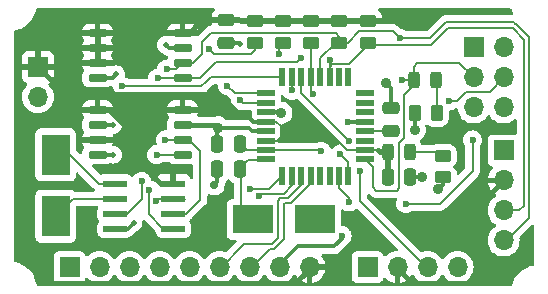
<source format=gbr>
%TF.GenerationSoftware,KiCad,Pcbnew,8.0.5*%
%TF.CreationDate,2024-09-30T08:41:21+06:00*%
%TF.ProjectId,MCU Datalogger,4d435520-4461-4746-916c-6f676765722e,rev?*%
%TF.SameCoordinates,Original*%
%TF.FileFunction,Copper,L1,Top*%
%TF.FilePolarity,Positive*%
%FSLAX46Y46*%
G04 Gerber Fmt 4.6, Leading zero omitted, Abs format (unit mm)*
G04 Created by KiCad (PCBNEW 8.0.5) date 2024-09-30 08:41:21*
%MOMM*%
%LPD*%
G01*
G04 APERTURE LIST*
G04 Aperture macros list*
%AMRoundRect*
0 Rectangle with rounded corners*
0 $1 Rounding radius*
0 $2 $3 $4 $5 $6 $7 $8 $9 X,Y pos of 4 corners*
0 Add a 4 corners polygon primitive as box body*
4,1,4,$2,$3,$4,$5,$6,$7,$8,$9,$2,$3,0*
0 Add four circle primitives for the rounded corners*
1,1,$1+$1,$2,$3*
1,1,$1+$1,$4,$5*
1,1,$1+$1,$6,$7*
1,1,$1+$1,$8,$9*
0 Add four rect primitives between the rounded corners*
20,1,$1+$1,$2,$3,$4,$5,0*
20,1,$1+$1,$4,$5,$6,$7,0*
20,1,$1+$1,$6,$7,$8,$9,0*
20,1,$1+$1,$8,$9,$2,$3,0*%
G04 Aperture macros list end*
%TA.AperFunction,SMDPad,CuDef*%
%ADD10RoundRect,0.150000X-0.650000X-0.150000X0.650000X-0.150000X0.650000X0.150000X-0.650000X0.150000X0*%
%TD*%
%TA.AperFunction,SMDPad,CuDef*%
%ADD11RoundRect,0.250000X-0.450000X0.262500X-0.450000X-0.262500X0.450000X-0.262500X0.450000X0.262500X0*%
%TD*%
%TA.AperFunction,SMDPad,CuDef*%
%ADD12RoundRect,0.068750X-0.666250X-0.206250X0.666250X-0.206250X0.666250X0.206250X-0.666250X0.206250X0*%
%TD*%
%TA.AperFunction,SMDPad,CuDef*%
%ADD13RoundRect,0.068750X-0.206250X-0.666250X0.206250X-0.666250X0.206250X0.666250X-0.206250X0.666250X0*%
%TD*%
%TA.AperFunction,ComponentPad*%
%ADD14R,1.700000X1.700000*%
%TD*%
%TA.AperFunction,ComponentPad*%
%ADD15O,1.700000X1.700000*%
%TD*%
%TA.AperFunction,SMDPad,CuDef*%
%ADD16RoundRect,0.073750X-0.911250X-0.221250X0.911250X-0.221250X0.911250X0.221250X-0.911250X0.221250X0*%
%TD*%
%TA.AperFunction,SMDPad,CuDef*%
%ADD17RoundRect,0.250000X-0.475000X0.250000X-0.475000X-0.250000X0.475000X-0.250000X0.475000X0.250000X0*%
%TD*%
%TA.AperFunction,SMDPad,CuDef*%
%ADD18R,3.500000X2.400000*%
%TD*%
%TA.AperFunction,SMDPad,CuDef*%
%ADD19RoundRect,0.250000X0.250000X0.475000X-0.250000X0.475000X-0.250000X-0.475000X0.250000X-0.475000X0*%
%TD*%
%TA.AperFunction,SMDPad,CuDef*%
%ADD20RoundRect,0.250000X-0.262500X-0.450000X0.262500X-0.450000X0.262500X0.450000X-0.262500X0.450000X0*%
%TD*%
%TA.AperFunction,SMDPad,CuDef*%
%ADD21RoundRect,0.243750X0.243750X0.456250X-0.243750X0.456250X-0.243750X-0.456250X0.243750X-0.456250X0*%
%TD*%
%TA.AperFunction,SMDPad,CuDef*%
%ADD22RoundRect,0.250000X-0.250000X-0.475000X0.250000X-0.475000X0.250000X0.475000X-0.250000X0.475000X0*%
%TD*%
%TA.AperFunction,SMDPad,CuDef*%
%ADD23R,2.400000X3.500000*%
%TD*%
%TA.AperFunction,ViaPad*%
%ADD24C,0.900000*%
%TD*%
%TA.AperFunction,ViaPad*%
%ADD25C,0.600000*%
%TD*%
%TA.AperFunction,ViaPad*%
%ADD26C,0.500000*%
%TD*%
%TA.AperFunction,ViaPad*%
%ADD27C,0.700000*%
%TD*%
%TA.AperFunction,Conductor*%
%ADD28C,0.200000*%
%TD*%
%TA.AperFunction,Conductor*%
%ADD29C,0.300000*%
%TD*%
%TA.AperFunction,Conductor*%
%ADD30C,0.400000*%
%TD*%
%TA.AperFunction,Conductor*%
%ADD31C,0.350000*%
%TD*%
G04 APERTURE END LIST*
D10*
%TO.P,U3,1,A0*%
%TO.N,/VCC*%
X97550000Y-62595000D03*
%TO.P,U3,2,A1*%
X97550000Y-63865000D03*
%TO.P,U3,3,A2*%
X97550000Y-65135000D03*
%TO.P,U3,4,GND*%
%TO.N,GND*%
X97550000Y-66405000D03*
%TO.P,U3,5,SDA*%
%TO.N,/SDA*%
X104750000Y-66405000D03*
%TO.P,U3,6,SCL*%
%TO.N,/SCK*%
X104750000Y-65135000D03*
%TO.P,U3,7,WP*%
%TO.N,GND*%
X104750000Y-63865000D03*
%TO.P,U3,8,VCC*%
%TO.N,/VCC*%
X104750000Y-62595000D03*
%TD*%
D11*
%TO.P,R6,2*%
%TO.N,/SCK*%
X118038000Y-63400000D03*
%TO.P,R6,1*%
%TO.N,/VCC*%
X118038000Y-61575000D03*
%TD*%
D12*
%TO.P,U2,1,PD3*%
%TO.N,/D3*%
X111830000Y-67700000D03*
%TO.P,U2,2,PD4*%
%TO.N,/D4*%
X111830000Y-68500000D03*
%TO.P,U2,3,GND*%
%TO.N,GND*%
X111830000Y-69300000D03*
%TO.P,U2,4,VCC*%
%TO.N,/VCC*%
X111830000Y-70100000D03*
%TO.P,U2,5,GND*%
%TO.N,GND*%
X111830000Y-70900000D03*
%TO.P,U2,6,VCC*%
%TO.N,/VCC*%
X111830000Y-71700000D03*
%TO.P,U2,7,PB6*%
%TO.N,Net-(U2-PB6)*%
X111830000Y-72500000D03*
%TO.P,U2,8,PB7*%
%TO.N,Net-(U2-PB7)*%
X111830000Y-73300000D03*
D13*
%TO.P,U2,9,PD5*%
%TO.N,/D5*%
X113200000Y-74670000D03*
%TO.P,U2,10,PD6*%
%TO.N,/D6*%
X114000000Y-74670000D03*
%TO.P,U2,11,PD7*%
%TO.N,/D7*%
X114800000Y-74670000D03*
%TO.P,U2,12,PB0*%
%TO.N,/D8*%
X115600000Y-74670000D03*
%TO.P,U2,13,PB1*%
%TO.N,unconnected-(U2-PB1-Pad13)*%
X116400000Y-74670000D03*
%TO.P,U2,14,PB2*%
%TO.N,unconnected-(U2-PB2-Pad14)*%
X117200000Y-74670000D03*
%TO.P,U2,15,PB3*%
%TO.N,/MOSI*%
X118000000Y-74670000D03*
%TO.P,U2,16,PB4*%
%TO.N,/MISO*%
X118800000Y-74670000D03*
D12*
%TO.P,U2,17,PB5*%
%TO.N,/SCK*%
X120170000Y-73300000D03*
%TO.P,U2,18,AVCC*%
%TO.N,/VCC*%
X120170000Y-72500000D03*
%TO.P,U2,19,ADC6*%
%TO.N,unconnected-(U2-ADC6-Pad19)*%
X120170000Y-71700000D03*
%TO.P,U2,20,AREF*%
%TO.N,Net-(U2-AREF)*%
X120170000Y-70900000D03*
%TO.P,U2,21,GND*%
%TO.N,GND*%
X120170000Y-70100000D03*
%TO.P,U2,22,ADC7*%
%TO.N,unconnected-(U2-ADC7-Pad22)*%
X120170000Y-69300000D03*
%TO.P,U2,23,PC0*%
%TO.N,unconnected-(U2-PC0-Pad23)*%
X120170000Y-68500000D03*
%TO.P,U2,24,PC1*%
%TO.N,unconnected-(U2-PC1-Pad24)*%
X120170000Y-67700000D03*
D13*
%TO.P,U2,25,PC2*%
%TO.N,unconnected-(U2-PC2-Pad25)*%
X118800000Y-66330000D03*
%TO.P,U2,26,PC3*%
%TO.N,unconnected-(U2-PC3-Pad26)*%
X118000000Y-66330000D03*
%TO.P,U2,27,PC4*%
%TO.N,/SDA*%
X117200000Y-66330000D03*
%TO.P,U2,28,PC5*%
%TO.N,/SCK*%
X116400000Y-66330000D03*
%TO.P,U2,29,PC6/~{RESET}*%
%TO.N,/RESET*%
X115600000Y-66330000D03*
%TO.P,U2,30,PD0*%
%TO.N,/RX*%
X114800000Y-66330000D03*
%TO.P,U2,31,PD1*%
%TO.N,/TX*%
X114000000Y-66330000D03*
%TO.P,U2,32,PD2*%
%TO.N,/D2*%
X113200000Y-66330000D03*
%TD*%
D11*
%TO.P,R2,2*%
%TO.N,Net-(U1-SQW{slash}~INT)*%
X110856000Y-63400000D03*
%TO.P,R2,1*%
%TO.N,/VCC*%
X110856000Y-61575000D03*
%TD*%
D14*
%TO.P,BT1,1,+*%
%TO.N,/VCC*%
X92500000Y-65460000D03*
D15*
%TO.P,BT1,2,-*%
%TO.N,GND*%
X92500000Y-68000000D03*
%TD*%
D11*
%TO.P,R1,2*%
%TO.N,Net-(U1-~{INTA})*%
X113250000Y-63400000D03*
%TO.P,R1,1*%
%TO.N,/VCC*%
X113250000Y-61575000D03*
%TD*%
D16*
%TO.P,U1,8,VCC*%
%TO.N,/VCC*%
X103975000Y-75345000D03*
%TO.P,U1,7,SQW/~INT*%
%TO.N,Net-(U1-SQW{slash}~INT)*%
X103975000Y-76615000D03*
%TO.P,U1,6,SCL*%
%TO.N,/SCK*%
X103975000Y-77885000D03*
%TO.P,U1,5,SDA*%
%TO.N,/SDA*%
X103975000Y-79155000D03*
%TO.P,U1,4,GND*%
%TO.N,GND*%
X99025000Y-79155000D03*
%TO.P,U1,3,~{INTA}*%
%TO.N,Net-(U1-~{INTA})*%
X99025000Y-77885000D03*
%TO.P,U1,2,X2*%
%TO.N,Net-(U1-X2)*%
X99025000Y-76615000D03*
%TO.P,U1,1,X1*%
%TO.N,Net-(U1-X1)*%
X99025000Y-75345000D03*
%TD*%
D11*
%TO.P,R5,2*%
%TO.N,/RESET*%
X115644000Y-63400000D03*
%TO.P,R5,1*%
%TO.N,/VCC*%
X115644000Y-61575000D03*
%TD*%
D17*
%TO.P,C1,2*%
%TO.N,GND*%
X108432000Y-63417500D03*
%TO.P,C1,1*%
%TO.N,/VCC*%
X108432000Y-61517500D03*
%TD*%
D14*
%TO.P,J3,1,Pin_1*%
%TO.N,/D2*%
X95180000Y-82400000D03*
D15*
%TO.P,J3,2,Pin_2*%
%TO.N,/D3*%
X97720000Y-82400000D03*
%TO.P,J3,3,Pin_3*%
%TO.N,/D4*%
X100260000Y-82400000D03*
%TO.P,J3,4,Pin_4*%
%TO.N,/D5*%
X102800000Y-82400000D03*
%TO.P,J3,5,Pin_5*%
%TO.N,/D6*%
X105340000Y-82400000D03*
%TO.P,J3,6,Pin_6*%
%TO.N,/D7*%
X107880000Y-82400000D03*
%TO.P,J3,7,Pin_7*%
%TO.N,/D8*%
X110420000Y-82400000D03*
%TO.P,J3,8,Pin_8*%
%TO.N,GND*%
X112960000Y-82400000D03*
%TO.P,J3,9,Pin_9*%
%TO.N,/VCC*%
X115500000Y-82400000D03*
%TD*%
D14*
%TO.P,J1,1,Pin_1*%
%TO.N,GND*%
X131940000Y-72540000D03*
D15*
%TO.P,J1,2,Pin_2*%
%TO.N,/VCC*%
X131940000Y-75080000D03*
%TO.P,J1,3,Pin_3*%
%TO.N,/SDA*%
X131940000Y-77620000D03*
%TO.P,J1,4,Pin_4*%
%TO.N,/SCK*%
X131940000Y-80160000D03*
%TD*%
D18*
%TO.P,Y2,1,1*%
%TO.N,Net-(U2-PB6)*%
X115925600Y-78384400D03*
%TO.P,Y2,2,2*%
%TO.N,Net-(U2-PB7)*%
X110725600Y-78384400D03*
%TD*%
D11*
%TO.P,R7,2*%
%TO.N,/SDA*%
X120432000Y-63400000D03*
%TO.P,R7,1*%
%TO.N,/VCC*%
X120432000Y-61575000D03*
%TD*%
D19*
%TO.P,C5,1*%
%TO.N,Net-(U2-PB7)*%
X109600000Y-74100000D03*
%TO.P,C5,2*%
%TO.N,GND*%
X107700000Y-74100000D03*
%TD*%
D20*
%TO.P,R3,1*%
%TO.N,GND*%
X124437500Y-69350000D03*
%TO.P,R3,2*%
%TO.N,Net-(D1-K)*%
X126262500Y-69350000D03*
%TD*%
D14*
%TO.P,J2,1,Pin_1*%
%TO.N,GND*%
X120410000Y-82400000D03*
D15*
%TO.P,J2,2,Pin_2*%
%TO.N,/VCC*%
X122950000Y-82400000D03*
%TO.P,J2,3,Pin_3*%
%TO.N,/RX*%
X125490000Y-82400000D03*
%TO.P,J2,4,Pin_4*%
%TO.N,/TX*%
X128030000Y-82400000D03*
%TD*%
D21*
%TO.P,D2,1,K*%
%TO.N,Net-(D2-K)*%
X124021800Y-72700000D03*
%TO.P,D2,2,A*%
%TO.N,/VCC*%
X122146800Y-72700000D03*
%TD*%
%TO.P,D1,1,K*%
%TO.N,Net-(D1-K)*%
X126250000Y-66600000D03*
%TO.P,D1,2,A*%
%TO.N,/SCK*%
X124375000Y-66600000D03*
%TD*%
D22*
%TO.P,C3,1*%
%TO.N,/VCC*%
X122120000Y-74800000D03*
%TO.P,C3,2*%
%TO.N,GND*%
X124020000Y-74800000D03*
%TD*%
D23*
%TO.P,Y1,1,1*%
%TO.N,Net-(U1-X1)*%
X94000000Y-72900000D03*
%TO.P,Y1,2,2*%
%TO.N,Net-(U1-X2)*%
X94000000Y-78100000D03*
%TD*%
D19*
%TO.P,C4,1*%
%TO.N,Net-(U2-PB6)*%
X109600000Y-72000000D03*
%TO.P,C4,2*%
%TO.N,GND*%
X107700000Y-72000000D03*
%TD*%
D11*
%TO.P,R4,1*%
%TO.N,Net-(D2-K)*%
X126770000Y-72987500D03*
%TO.P,R4,2*%
%TO.N,GND*%
X126770000Y-74812500D03*
%TD*%
D14*
%TO.P,J4,1,Pin_1*%
%TO.N,/MOSI*%
X129400000Y-63820000D03*
D15*
%TO.P,J4,2,Pin_2*%
%TO.N,GND*%
X131940000Y-63820000D03*
%TO.P,J4,3,Pin_3*%
%TO.N,/SCK*%
X129400000Y-66360000D03*
%TO.P,J4,4,Pin_4*%
%TO.N,/MISO*%
X131940000Y-66360000D03*
%TO.P,J4,5,Pin_5*%
%TO.N,/RESET*%
X129400000Y-68900000D03*
%TO.P,J4,6,Pin_6*%
%TO.N,GND*%
X131940000Y-68900000D03*
%TD*%
D10*
%TO.P,U4,8,VCC*%
%TO.N,/VCC*%
X104750000Y-69095000D03*
%TO.P,U4,7,WP*%
%TO.N,GND*%
X104750000Y-70365000D03*
%TO.P,U4,6,SCL*%
%TO.N,/SCK*%
X104750000Y-71635000D03*
%TO.P,U4,5,SDA*%
%TO.N,/SDA*%
X104750000Y-72905000D03*
%TO.P,U4,4,GND*%
%TO.N,GND*%
X97550000Y-72905000D03*
%TO.P,U4,3,A2*%
%TO.N,/VCC*%
X97550000Y-71635000D03*
%TO.P,U4,2,A1*%
%TO.N,GND*%
X97550000Y-70365000D03*
%TO.P,U4,1,A0*%
%TO.N,/VCC*%
X97550000Y-69095000D03*
%TD*%
D17*
%TO.P,C2,1*%
%TO.N,GND*%
X122370000Y-68950000D03*
%TO.P,C2,2*%
%TO.N,Net-(U2-AREF)*%
X122370000Y-70850000D03*
%TD*%
D24*
%TO.N,GND*%
X107750000Y-70600000D03*
X121950000Y-66800000D03*
X126400000Y-75800000D03*
D25*
X118250000Y-79750000D03*
D26*
X100600000Y-78650000D03*
D24*
X124400000Y-70800000D03*
D26*
X98850000Y-70400000D03*
X98900000Y-72900000D03*
X103350000Y-63600000D03*
D25*
X118800000Y-70100000D03*
D26*
X99150000Y-66100000D03*
X109650000Y-63500000D03*
D24*
X113100000Y-69350000D03*
X125000000Y-74800000D03*
D27*
X107450000Y-75500000D03*
D25*
%TO.N,Net-(U2-PB6)*%
X116500000Y-72600000D03*
X115800000Y-78500000D03*
%TO.N,/SCK*%
X103300000Y-71650000D03*
X123330000Y-66600000D03*
X123150000Y-63050000D03*
X103400000Y-65650000D03*
%TO.N,/SDA*%
X114750000Y-64750000D03*
X102650000Y-66400000D03*
X102550000Y-72900000D03*
X117200000Y-64850000D03*
X101900000Y-75850000D03*
%TO.N,/TX*%
X114000000Y-67450000D03*
%TO.N,/RX*%
X119800000Y-74250000D03*
X118850000Y-71700000D03*
%TO.N,/D3*%
X108550000Y-67050000D03*
%TO.N,/D2*%
X99650000Y-67100000D03*
%TO.N,/D6*%
X111250000Y-76400000D03*
%TO.N,/MISO*%
X127350000Y-68350000D03*
X118100000Y-72850000D03*
%TO.N,/MOSI*%
X118850000Y-76900000D03*
X123650000Y-77050000D03*
X129300000Y-71650000D03*
%TO.N,/RESET*%
X115800000Y-67750000D03*
%TO.N,Net-(U1-~{INTA})*%
X101300000Y-75150000D03*
X112900000Y-64350000D03*
%TO.N,Net-(U1-SQW{slash}~INT)*%
X102500000Y-76850000D03*
X107000000Y-63950000D03*
%TO.N,/D5*%
X110450000Y-75800000D03*
%TO.N,/D4*%
X109650000Y-68300000D03*
%TD*%
D28*
%TO.N,/D8*%
X115600000Y-75306400D02*
X115600000Y-74670000D01*
X113906400Y-77000000D02*
X115600000Y-75306400D01*
X113450000Y-77000000D02*
X113906400Y-77000000D01*
X113350000Y-77100000D02*
X113450000Y-77000000D01*
X112500000Y-80850000D02*
X113350000Y-80000000D01*
X112120000Y-80850000D02*
X112500000Y-80850000D01*
X110420000Y-82550000D02*
X112120000Y-80850000D01*
X113350000Y-80000000D02*
X113350000Y-77100000D01*
%TO.N,/D7*%
X112826800Y-79923200D02*
X112826800Y-76809600D01*
X112826800Y-76809600D02*
X113036400Y-76600000D01*
X112300000Y-80450000D02*
X112826800Y-79923200D01*
X109980000Y-80450000D02*
X112300000Y-80450000D01*
X113036400Y-76600000D02*
X113650000Y-76600000D01*
X114800000Y-75450000D02*
X114800000Y-74670000D01*
X107880000Y-82550000D02*
X109980000Y-80450000D01*
X113650000Y-76600000D02*
X114800000Y-75450000D01*
D29*
%TO.N,/VCC*%
X96850000Y-67750000D02*
X95550000Y-66450000D01*
X93490000Y-66450000D02*
X92500000Y-65460000D01*
X107900000Y-67750000D02*
X96850000Y-67750000D01*
X109850000Y-69700000D02*
X107900000Y-67750000D01*
X110350000Y-69700000D02*
X109850000Y-69700000D01*
X110750000Y-70100000D02*
X110350000Y-69700000D01*
X111830000Y-70100000D02*
X110750000Y-70100000D01*
X95550000Y-66450000D02*
X93490000Y-66450000D01*
D28*
%TO.N,/D3*%
X108550000Y-67050000D02*
X109200000Y-67700000D01*
X109200000Y-67700000D02*
X111830000Y-67700000D01*
D30*
%TO.N,/VCC*%
X96135000Y-69095000D02*
X97550000Y-69095000D01*
X92500000Y-65460000D02*
X96135000Y-69095000D01*
X130000000Y-83150000D02*
X130000000Y-77020000D01*
X124200000Y-83800000D02*
X129350000Y-83800000D01*
X122950000Y-82550000D02*
X124200000Y-83800000D01*
X129350000Y-83800000D02*
X130000000Y-83150000D01*
X130000000Y-77020000D02*
X131940000Y-75080000D01*
X99900000Y-70445000D02*
X98550000Y-69095000D01*
X99900000Y-70900000D02*
X99900000Y-70445000D01*
X99165000Y-71635000D02*
X99900000Y-70900000D01*
X97550000Y-71635000D02*
X99165000Y-71635000D01*
D28*
%TO.N,/SDA*%
X120432000Y-63647500D02*
X120432000Y-63400000D01*
X117400000Y-65250000D02*
X118829500Y-65250000D01*
X117200000Y-65450000D02*
X117400000Y-65250000D01*
X118829500Y-65250000D02*
X120432000Y-63647500D01*
X117200000Y-66330000D02*
X117200000Y-65450000D01*
D31*
%TO.N,GND*%
X110350000Y-70650000D02*
X107800000Y-70650000D01*
X109567500Y-63417500D02*
X108432000Y-63417500D01*
X107800000Y-70650000D02*
X107750000Y-70600000D01*
X114500000Y-80650000D02*
X117600000Y-80650000D01*
X98900000Y-72900000D02*
X97555000Y-72900000D01*
X111830000Y-70900000D02*
X110600000Y-70900000D01*
X107700000Y-70650000D02*
X107750000Y-70600000D01*
X122370000Y-67220000D02*
X121950000Y-66800000D01*
X99025000Y-79155000D02*
X100095000Y-79155000D01*
X124437500Y-70762500D02*
X124400000Y-70800000D01*
D30*
X104750000Y-70365000D02*
X107515000Y-70365000D01*
D31*
X103615000Y-63865000D02*
X103350000Y-63600000D01*
X124020000Y-74800000D02*
X125000000Y-74800000D01*
X97550000Y-66405000D02*
X98845000Y-66405000D01*
X111830000Y-69300000D02*
X113050000Y-69300000D01*
X118800000Y-70100000D02*
X120170000Y-70100000D01*
X113050000Y-69300000D02*
X113100000Y-69350000D01*
X126770000Y-74812500D02*
X126770000Y-75430000D01*
X97555000Y-72900000D02*
X97550000Y-72905000D01*
X118250000Y-80000000D02*
X118250000Y-79750000D01*
X110600000Y-70900000D02*
X110350000Y-70650000D01*
X109650000Y-63500000D02*
X109567500Y-63417500D01*
X98850000Y-70400000D02*
X97585000Y-70400000D01*
X104750000Y-63865000D02*
X103615000Y-63865000D01*
X107450000Y-75500000D02*
X107700000Y-75250000D01*
X122370000Y-68950000D02*
X122370000Y-67220000D01*
X124437500Y-69350000D02*
X124437500Y-70762500D01*
X107515000Y-70365000D02*
X107750000Y-70600000D01*
X126770000Y-75430000D02*
X126400000Y-75800000D01*
X107700000Y-72000000D02*
X107700000Y-70650000D01*
X97585000Y-70400000D02*
X97550000Y-70365000D01*
X107700000Y-75250000D02*
X107700000Y-74100000D01*
X112960000Y-82550000D02*
X112960000Y-82190000D01*
X100095000Y-79155000D02*
X100600000Y-78650000D01*
X98845000Y-66405000D02*
X99150000Y-66100000D01*
X117600000Y-80650000D02*
X118250000Y-80000000D01*
X112960000Y-82190000D02*
X114500000Y-80650000D01*
D28*
%TO.N,/VCC*%
X111830000Y-71700000D02*
X117900000Y-71700000D01*
X122120000Y-72726800D02*
X122146800Y-72700000D01*
X120170000Y-72500000D02*
X121946800Y-72500000D01*
X113050000Y-71400000D02*
X113050000Y-70450000D01*
X112750000Y-71700000D02*
X113050000Y-71400000D01*
X118700000Y-72500000D02*
X120170000Y-72500000D01*
X111830000Y-71700000D02*
X112750000Y-71700000D01*
X112700000Y-70100000D02*
X111830000Y-70100000D01*
X117900000Y-71700000D02*
X118700000Y-72500000D01*
X122120000Y-74800000D02*
X122120000Y-72726800D01*
X121946800Y-72500000D02*
X122146800Y-72700000D01*
X113050000Y-70450000D02*
X112700000Y-70100000D01*
X108167000Y-61782500D02*
X108432000Y-61517500D01*
X90750000Y-70100000D02*
X90750000Y-69950000D01*
D30*
X90750000Y-69950000D02*
X90750000Y-63350000D01*
D28*
X97550000Y-69095000D02*
X97545000Y-69100000D01*
D30*
X96150000Y-69100000D02*
X94900000Y-70350000D01*
X106345000Y-61517500D02*
X108432000Y-61517500D01*
D28*
X103975000Y-75345000D02*
X104605000Y-75345000D01*
D30*
X105267500Y-62595000D02*
X106345000Y-61517500D01*
X100500000Y-73400000D02*
X100250000Y-73150000D01*
X91050000Y-70350000D02*
X90800000Y-70100000D01*
X97550000Y-65135000D02*
X97550000Y-63865000D01*
X97545000Y-69100000D02*
X96150000Y-69100000D01*
X102945000Y-75345000D02*
X101000000Y-73400000D01*
X91505000Y-62595000D02*
X97550000Y-62595000D01*
X115644000Y-61575000D02*
X118038000Y-61575000D01*
X97550000Y-62595000D02*
X104750000Y-62595000D01*
X100250000Y-73150000D02*
X100250000Y-72200000D01*
X103975000Y-75345000D02*
X102945000Y-75345000D01*
X100250000Y-72200000D02*
X99685000Y-71635000D01*
X104750000Y-69095000D02*
X98550000Y-69095000D01*
X118038000Y-61575000D02*
X120432000Y-61575000D01*
X97550000Y-63865000D02*
X97550000Y-62595000D01*
X90750000Y-63350000D02*
X91505000Y-62595000D01*
X93400000Y-83800000D02*
X90750000Y-81150000D01*
D28*
X90800000Y-70100000D02*
X90750000Y-70100000D01*
D30*
X108432000Y-61517500D02*
X110798500Y-61517500D01*
D28*
X110798500Y-61517500D02*
X110856000Y-61575000D01*
D30*
X99685000Y-71635000D02*
X97550000Y-71635000D01*
X110856000Y-61575000D02*
X113250000Y-61575000D01*
X115500000Y-82550000D02*
X114250000Y-83800000D01*
X113250000Y-61575000D02*
X115644000Y-61575000D01*
X98550000Y-69095000D02*
X97550000Y-69095000D01*
X94900000Y-70350000D02*
X91050000Y-70350000D01*
D28*
X104750000Y-62595000D02*
X105267500Y-62595000D01*
D30*
X114250000Y-83800000D02*
X93400000Y-83800000D01*
X90750000Y-81150000D02*
X90750000Y-69950000D01*
X101000000Y-73400000D02*
X100500000Y-73400000D01*
D28*
%TO.N,Net-(U2-AREF)*%
X120170000Y-70900000D02*
X122320000Y-70900000D01*
X122320000Y-70900000D02*
X122370000Y-70850000D01*
%TO.N,Net-(U2-PB6)*%
X109720000Y-72000000D02*
X110220000Y-72500000D01*
X116500000Y-72600000D02*
X116400000Y-72500000D01*
X116400000Y-72500000D02*
X111830000Y-72500000D01*
X110220000Y-72500000D02*
X111830000Y-72500000D01*
%TO.N,Net-(U2-PB7)*%
X110300000Y-73350000D02*
X111780000Y-73350000D01*
X109720000Y-74100000D02*
X109720000Y-73930000D01*
X109720000Y-77370000D02*
X109720000Y-74100000D01*
X110600000Y-78500000D02*
X109720000Y-77620000D01*
X111780000Y-73350000D02*
X111830000Y-73300000D01*
X109720000Y-73930000D02*
X110300000Y-73350000D01*
%TO.N,Net-(D1-K)*%
X126262500Y-69350000D02*
X126262500Y-66612500D01*
X126262500Y-66612500D02*
X126250000Y-66600000D01*
%TO.N,/SCK*%
X131940000Y-80160000D02*
X132060000Y-80160000D01*
X132942158Y-61842158D02*
X132907843Y-61842158D01*
X106250000Y-76700000D02*
X106250000Y-72550000D01*
X104750000Y-71635000D02*
X103315000Y-71635000D01*
X124375000Y-66600000D02*
X124330000Y-66555000D01*
X120850000Y-73980000D02*
X120170000Y-73300000D01*
X119679500Y-62450000D02*
X122550000Y-62450000D01*
X104235000Y-65650000D02*
X104750000Y-65135000D01*
X127050000Y-61700000D02*
X125700000Y-63050000D01*
X128190000Y-65150000D02*
X129400000Y-66360000D01*
X118038000Y-63400000D02*
X118729500Y-63400000D01*
X123500000Y-67850000D02*
X123500000Y-71500000D01*
X120850000Y-75650000D02*
X120850000Y-73980000D01*
X122900000Y-75950000D02*
X121150000Y-75950000D01*
X124330000Y-66555000D02*
X124330000Y-65450000D01*
X134050000Y-62950000D02*
X132942158Y-61842158D01*
X103315000Y-71635000D02*
X103300000Y-71650000D01*
X105065000Y-77885000D02*
X106250000Y-76700000D01*
X106250000Y-72550000D02*
X105335000Y-71635000D01*
X132907843Y-61842158D02*
X132907843Y-61807843D01*
X117749500Y-63400000D02*
X118038000Y-63400000D01*
X125700000Y-63050000D02*
X123150000Y-63050000D01*
X134050000Y-78250000D02*
X134050000Y-62950000D01*
X123500000Y-71500000D02*
X123100000Y-71900000D01*
X124375000Y-66600000D02*
X123330000Y-66600000D01*
X124375000Y-66975000D02*
X124375000Y-66600000D01*
X132100000Y-80200000D02*
X134050000Y-78250000D01*
X118729500Y-63400000D02*
X119679500Y-62450000D01*
X103975000Y-77885000D02*
X105065000Y-77885000D01*
X116400000Y-66330000D02*
X116400000Y-64749500D01*
X122550000Y-62450000D02*
X123150000Y-63050000D01*
X123100000Y-71900000D02*
X123100000Y-75750000D01*
X124330000Y-65450000D02*
X124630000Y-65150000D01*
X123100000Y-75750000D02*
X122900000Y-75950000D01*
X121150000Y-75950000D02*
X120850000Y-75650000D01*
X132060000Y-80160000D02*
X132100000Y-80200000D01*
X123500000Y-67850000D02*
X124375000Y-66975000D01*
X124630000Y-65150000D02*
X128190000Y-65150000D01*
X132907843Y-61807843D02*
X132800000Y-61700000D01*
X116400000Y-64749500D02*
X117749500Y-63400000D01*
X105335000Y-71635000D02*
X104750000Y-71635000D01*
X103400000Y-65650000D02*
X104235000Y-65650000D01*
X132800000Y-61700000D02*
X127050000Y-61700000D01*
%TO.N,Net-(D2-K)*%
X126482500Y-72700000D02*
X126770000Y-72987500D01*
X124021800Y-72700000D02*
X126482500Y-72700000D01*
%TO.N,/SDA*%
X131940000Y-77620000D02*
X133230000Y-77620000D01*
X117200000Y-64850000D02*
X117200000Y-66330000D01*
X101900000Y-75850000D02*
X101900000Y-77950000D01*
X120682000Y-63650000D02*
X120432000Y-63400000D01*
X104745000Y-72900000D02*
X104750000Y-72905000D01*
X132700000Y-62200000D02*
X127200000Y-62200000D01*
X133650000Y-77200000D02*
X133650000Y-63150000D01*
X133650000Y-63150000D02*
X132700000Y-62200000D01*
X125750000Y-63650000D02*
X120682000Y-63650000D01*
X104745000Y-66400000D02*
X102650000Y-66400000D01*
X104750000Y-66405000D02*
X104745000Y-66400000D01*
X127200000Y-62200000D02*
X125750000Y-63650000D01*
X133230000Y-77620000D02*
X133650000Y-77200000D01*
X103105000Y-79155000D02*
X103975000Y-79155000D01*
X102550000Y-72900000D02*
X104745000Y-72900000D01*
X101900000Y-77950000D02*
X103105000Y-79155000D01*
%TO.N,/TX*%
X114000000Y-66330000D02*
X114000000Y-67450000D01*
%TO.N,/RX*%
X119800000Y-76860000D02*
X125490000Y-82550000D01*
X114800000Y-67650000D02*
X118850000Y-71700000D01*
X114800000Y-66330000D02*
X114800000Y-67650000D01*
X119800000Y-74250000D02*
X119800000Y-76860000D01*
%TO.N,/D2*%
X106350000Y-67100000D02*
X99650000Y-67100000D01*
X107120000Y-66330000D02*
X106700000Y-66750000D01*
X113200000Y-66330000D02*
X107120000Y-66330000D01*
X106700000Y-66750000D02*
X106350000Y-67100000D01*
%TO.N,/D6*%
X114000000Y-75500000D02*
X113300000Y-76200000D01*
X113300000Y-76200000D02*
X111450000Y-76200000D01*
X114000000Y-74670000D02*
X114000000Y-75500000D01*
X111450000Y-76200000D02*
X111250000Y-76400000D01*
%TO.N,/MISO*%
X118800000Y-74670000D02*
X118800000Y-73550000D01*
X127350000Y-68350000D02*
X127950000Y-68350000D01*
X130750000Y-67550000D02*
X131940000Y-66360000D01*
X118800000Y-73550000D02*
X118100000Y-72850000D01*
X128750000Y-67550000D02*
X130750000Y-67550000D01*
X127950000Y-68350000D02*
X128750000Y-67550000D01*
%TO.N,/MOSI*%
X118000000Y-74670000D02*
X118000000Y-75700000D01*
X118850000Y-76550000D02*
X118850000Y-76900000D01*
X129300000Y-74300000D02*
X129300000Y-71650000D01*
X118000000Y-75700000D02*
X118850000Y-76550000D01*
X123650000Y-77050000D02*
X126550000Y-77050000D01*
X126550000Y-77050000D02*
X129300000Y-74300000D01*
%TO.N,/RESET*%
X115644000Y-64944000D02*
X115650000Y-64950000D01*
X115600000Y-66330000D02*
X115600000Y-67550000D01*
X115644000Y-63400000D02*
X115644000Y-64944000D01*
X115644000Y-63400000D02*
X115862000Y-63618000D01*
X115650000Y-64950000D02*
X115650000Y-66280000D01*
X115600000Y-67550000D02*
X115800000Y-67750000D01*
X115650000Y-66280000D02*
X115600000Y-66330000D01*
%TO.N,Net-(U1-~{INTA})*%
X101300000Y-76650000D02*
X100065000Y-77885000D01*
X100065000Y-77885000D02*
X99025000Y-77885000D01*
X101300000Y-75150000D02*
X101300000Y-76650000D01*
%TO.N,Net-(U1-SQW{slash}~INT)*%
X103975000Y-76615000D02*
X102735000Y-76615000D01*
X110856000Y-64044000D02*
X110856000Y-63400000D01*
X107400000Y-64350000D02*
X110550000Y-64350000D01*
X102735000Y-76615000D02*
X102500000Y-76850000D01*
X110550000Y-64350000D02*
X110856000Y-64044000D01*
X103975000Y-76615000D02*
X104935000Y-76615000D01*
X107000000Y-63950000D02*
X107400000Y-64350000D01*
%TO.N,Net-(U1-X2)*%
X99025000Y-76615000D02*
X95485000Y-76615000D01*
X95485000Y-76615000D02*
X94000000Y-78100000D01*
%TO.N,Net-(U1-X1)*%
X99025000Y-75345000D02*
X97695000Y-75345000D01*
X95250000Y-72900000D02*
X94000000Y-72900000D01*
X97695000Y-75345000D02*
X95250000Y-72900000D01*
%TO.N,/D5*%
X112070000Y-75800000D02*
X110450000Y-75800000D01*
X113200000Y-74670000D02*
X112070000Y-75800000D01*
%TO.N,/D4*%
X109850000Y-68500000D02*
X109650000Y-68300000D01*
X111830000Y-68500000D02*
X109850000Y-68500000D01*
%TO.N,/SDA*%
X114450000Y-65050000D02*
X114750000Y-64750000D01*
X104755000Y-66400000D02*
X106200000Y-66400000D01*
X107550000Y-65050000D02*
X114300000Y-65050000D01*
X114300000Y-65050000D02*
X114450000Y-65050000D01*
X104750000Y-66405000D02*
X104755000Y-66400000D01*
X106200000Y-66400000D02*
X107550000Y-65050000D01*
%TO.N,Net-(U1-~{INTA})*%
X112900000Y-63750000D02*
X113250000Y-63400000D01*
X112900000Y-64350000D02*
X112900000Y-63750000D01*
%TO.N,/SCK*%
X107182500Y-62567500D02*
X117712000Y-62567500D01*
X106400000Y-63350000D02*
X107182500Y-62567500D01*
X106400000Y-64350000D02*
X106400000Y-63350000D01*
X105615000Y-65135000D02*
X106400000Y-64350000D01*
X117712000Y-62567500D02*
X118038000Y-62893500D01*
X104750000Y-65135000D02*
X105615000Y-65135000D01*
X118038000Y-62893500D02*
X118038000Y-63400000D01*
%TD*%
%TA.AperFunction,Conductor*%
%TO.N,/VCC*%
G36*
X132481692Y-60500887D02*
G01*
X132504665Y-60504645D01*
X132504081Y-60508212D01*
X132554708Y-60524662D01*
X132598937Y-60578751D01*
X132602351Y-60587799D01*
X132620261Y-60641529D01*
X132639872Y-60700362D01*
X132749714Y-60920046D01*
X132762088Y-60988811D01*
X132735321Y-61053350D01*
X132677911Y-61093172D01*
X132638805Y-61099500D01*
X127129057Y-61099500D01*
X126970942Y-61099500D01*
X126818215Y-61140423D01*
X126818214Y-61140423D01*
X126818212Y-61140424D01*
X126818209Y-61140425D01*
X126768096Y-61169359D01*
X126768095Y-61169360D01*
X126724689Y-61194420D01*
X126681285Y-61219479D01*
X126681282Y-61219481D01*
X126569478Y-61331286D01*
X125487584Y-62413181D01*
X125426261Y-62446666D01*
X125399903Y-62449500D01*
X123732412Y-62449500D01*
X123665373Y-62429815D01*
X123655097Y-62422445D01*
X123652263Y-62420185D01*
X123652262Y-62420184D01*
X123535940Y-62347094D01*
X123499521Y-62324210D01*
X123329249Y-62264630D01*
X123242330Y-62254837D01*
X123177916Y-62227770D01*
X123168533Y-62219298D01*
X123037590Y-62088355D01*
X123037588Y-62088352D01*
X122918717Y-61969481D01*
X122918716Y-61969480D01*
X122831904Y-61919360D01*
X122831904Y-61919359D01*
X122831900Y-61919358D01*
X122781785Y-61890423D01*
X122629057Y-61849499D01*
X122470943Y-61849499D01*
X122463347Y-61849499D01*
X122463331Y-61849500D01*
X121707862Y-61849500D01*
X121640823Y-61829815D01*
X121634848Y-61825000D01*
X109721862Y-61825000D01*
X109654823Y-61805315D01*
X109634181Y-61788681D01*
X109613000Y-61767500D01*
X107207001Y-61767500D01*
X107207001Y-61817489D01*
X107208458Y-61831744D01*
X107195688Y-61900437D01*
X107147807Y-61951321D01*
X107111036Y-61963938D01*
X107111293Y-61964897D01*
X107103444Y-61967000D01*
X107103443Y-61967000D01*
X107053709Y-61980326D01*
X106950713Y-62007923D01*
X106906228Y-62033608D01*
X106906227Y-62033608D01*
X106813787Y-62086977D01*
X106813782Y-62086981D01*
X106701978Y-62198786D01*
X106092082Y-62808681D01*
X106030759Y-62842166D01*
X106004401Y-62845000D01*
X103425923Y-62845000D01*
X103425836Y-62845052D01*
X103380877Y-62848230D01*
X103374273Y-62847486D01*
X103350000Y-62844751D01*
X103349998Y-62844751D01*
X103349996Y-62844751D01*
X103181943Y-62863685D01*
X103022305Y-62919545D01*
X103022302Y-62919547D01*
X102879115Y-63009518D01*
X102879109Y-63009523D01*
X102759523Y-63129109D01*
X102759518Y-63129115D01*
X102669547Y-63272302D01*
X102669545Y-63272305D01*
X102613685Y-63431943D01*
X102594751Y-63599997D01*
X102594751Y-63600002D01*
X102613685Y-63768056D01*
X102669545Y-63927694D01*
X102669547Y-63927697D01*
X102759518Y-64070884D01*
X102759523Y-64070890D01*
X102879109Y-64190476D01*
X102879115Y-64190481D01*
X103022302Y-64280452D01*
X103022307Y-64280455D01*
X103022310Y-64280456D01*
X103076886Y-64299553D01*
X103123610Y-64328911D01*
X103162605Y-64367906D01*
X103184396Y-64389697D01*
X103184398Y-64389698D01*
X103295020Y-64463613D01*
X103295024Y-64463615D01*
X103295031Y-64463620D01*
X103331037Y-64478534D01*
X103417964Y-64514541D01*
X103429349Y-64516805D01*
X103491260Y-64549188D01*
X103525836Y-64609903D01*
X103522098Y-64679673D01*
X103511893Y-64701542D01*
X103498256Y-64724601D01*
X103498254Y-64724604D01*
X103488647Y-64757674D01*
X103451040Y-64816559D01*
X103387568Y-64845765D01*
X103383455Y-64846298D01*
X103220749Y-64864630D01*
X103220745Y-64864631D01*
X103050476Y-64924211D01*
X102897737Y-65020184D01*
X102770184Y-65147737D01*
X102674210Y-65300478D01*
X102614630Y-65470750D01*
X102611132Y-65501798D01*
X102584064Y-65566211D01*
X102526468Y-65605765D01*
X102501798Y-65611132D01*
X102470750Y-65614630D01*
X102300478Y-65674210D01*
X102147737Y-65770184D01*
X102020184Y-65897737D01*
X101924211Y-66050476D01*
X101864631Y-66220745D01*
X101864630Y-66220750D01*
X101845631Y-66389383D01*
X101818565Y-66453797D01*
X101760970Y-66493352D01*
X101722411Y-66499500D01*
X100232412Y-66499500D01*
X100165373Y-66479815D01*
X100155097Y-66472445D01*
X100152263Y-66470185D01*
X100152262Y-66470184D01*
X100095467Y-66434497D01*
X99999520Y-66374209D01*
X99972439Y-66364734D01*
X99915662Y-66324013D01*
X99889914Y-66259061D01*
X99890172Y-66233808D01*
X99891644Y-66220750D01*
X99899342Y-66152426D01*
X99905249Y-66100002D01*
X99905249Y-66099997D01*
X99886314Y-65931943D01*
X99830454Y-65772305D01*
X99830452Y-65772302D01*
X99740481Y-65629115D01*
X99740476Y-65629109D01*
X99620890Y-65509523D01*
X99620884Y-65509518D01*
X99477697Y-65419547D01*
X99477694Y-65419545D01*
X99318056Y-65363685D01*
X99150003Y-65344751D01*
X99149997Y-65344751D01*
X98981945Y-65363685D01*
X98981941Y-65363686D01*
X98940916Y-65378042D01*
X98899962Y-65385000D01*
X96252705Y-65385000D01*
X96252704Y-65385001D01*
X96252899Y-65387486D01*
X96298718Y-65545198D01*
X96382314Y-65686552D01*
X96387100Y-65692722D01*
X96384640Y-65694629D01*
X96411210Y-65743288D01*
X96406226Y-65812980D01*
X96385162Y-65845781D01*
X96386699Y-65846974D01*
X96381915Y-65853140D01*
X96298255Y-65994603D01*
X96298254Y-65994606D01*
X96252402Y-66152426D01*
X96252401Y-66152432D01*
X96249500Y-66189298D01*
X96249500Y-66620701D01*
X96252401Y-66657567D01*
X96252402Y-66657573D01*
X96298254Y-66815393D01*
X96298255Y-66815396D01*
X96298256Y-66815398D01*
X96304505Y-66825965D01*
X96381917Y-66956862D01*
X96381923Y-66956870D01*
X96498129Y-67073076D01*
X96498133Y-67073079D01*
X96498135Y-67073081D01*
X96639602Y-67156744D01*
X96681224Y-67168836D01*
X96797426Y-67202597D01*
X96797429Y-67202597D01*
X96797431Y-67202598D01*
X96834306Y-67205500D01*
X96834314Y-67205500D01*
X98265686Y-67205500D01*
X98265694Y-67205500D01*
X98302569Y-67202598D01*
X98302571Y-67202597D01*
X98302573Y-67202597D01*
X98344191Y-67190505D01*
X98460398Y-67156744D01*
X98560121Y-67097767D01*
X98623242Y-67080500D01*
X98731424Y-67080500D01*
X98798463Y-67100185D01*
X98844218Y-67152989D01*
X98854644Y-67190616D01*
X98864630Y-67279250D01*
X98864631Y-67279254D01*
X98924211Y-67449523D01*
X99015078Y-67594136D01*
X99020184Y-67602262D01*
X99147738Y-67729816D01*
X99203074Y-67764586D01*
X99259818Y-67800241D01*
X99300478Y-67825789D01*
X99457405Y-67880700D01*
X99470745Y-67885368D01*
X99470750Y-67885369D01*
X99649996Y-67905565D01*
X99650000Y-67905565D01*
X99650004Y-67905565D01*
X99829249Y-67885369D01*
X99829252Y-67885368D01*
X99829255Y-67885368D01*
X99999522Y-67825789D01*
X100152262Y-67729816D01*
X100152267Y-67729810D01*
X100155097Y-67727555D01*
X100157275Y-67726665D01*
X100158158Y-67726111D01*
X100158255Y-67726265D01*
X100219783Y-67701145D01*
X100232412Y-67700500D01*
X106263331Y-67700500D01*
X106263347Y-67700501D01*
X106270943Y-67700501D01*
X106429054Y-67700501D01*
X106429057Y-67700501D01*
X106581785Y-67659577D01*
X106634647Y-67629057D01*
X106634648Y-67629057D01*
X106718709Y-67580524D01*
X106718708Y-67580524D01*
X106718716Y-67580520D01*
X106830520Y-67468716D01*
X106830521Y-67468714D01*
X107180520Y-67118716D01*
X107180521Y-67118714D01*
X107332418Y-66966817D01*
X107393741Y-66933334D01*
X107420098Y-66930500D01*
X107620435Y-66930500D01*
X107687474Y-66950185D01*
X107733229Y-67002989D01*
X107741991Y-67043268D01*
X107743655Y-67043081D01*
X107764630Y-67229249D01*
X107764631Y-67229254D01*
X107824211Y-67399523D01*
X107897371Y-67515955D01*
X107920184Y-67552262D01*
X108047738Y-67679816D01*
X108200478Y-67775789D01*
X108370745Y-67835368D01*
X108457669Y-67845161D01*
X108522080Y-67872226D01*
X108531465Y-67880700D01*
X108715139Y-68064374D01*
X108715160Y-68064397D01*
X108812976Y-68162213D01*
X108846461Y-68223536D01*
X108848516Y-68263775D01*
X108844435Y-68300002D01*
X108844435Y-68300003D01*
X108864630Y-68479249D01*
X108864631Y-68479254D01*
X108924211Y-68649523D01*
X108946378Y-68684801D01*
X109020184Y-68802262D01*
X109147738Y-68929816D01*
X109300478Y-69025789D01*
X109443367Y-69075788D01*
X109470745Y-69085368D01*
X109470750Y-69085369D01*
X109649997Y-69105565D01*
X109650000Y-69105565D01*
X109725129Y-69097099D01*
X109762817Y-69099924D01*
X109762881Y-69099440D01*
X109770940Y-69100501D01*
X109770943Y-69100501D01*
X109936654Y-69100501D01*
X109936670Y-69100500D01*
X110470500Y-69100500D01*
X110537539Y-69120185D01*
X110583294Y-69172989D01*
X110594500Y-69224500D01*
X110594500Y-69543562D01*
X110609150Y-69654851D01*
X110611255Y-69662704D01*
X110609539Y-69663163D01*
X110615933Y-69722681D01*
X110611615Y-69737386D01*
X110611743Y-69737421D01*
X110609639Y-69745271D01*
X110595000Y-69856462D01*
X110595000Y-69858905D01*
X110594795Y-69859602D01*
X110594735Y-69860520D01*
X110594529Y-69860506D01*
X110575315Y-69925944D01*
X110522511Y-69971699D01*
X110453353Y-69981643D01*
X110446809Y-69980522D01*
X110416535Y-69974500D01*
X110416531Y-69974500D01*
X108524921Y-69974500D01*
X108457882Y-69954815D01*
X108429071Y-69929169D01*
X108425357Y-69924643D01*
X108425354Y-69924640D01*
X108425352Y-69924638D01*
X108280626Y-69805864D01*
X108280623Y-69805862D01*
X108115502Y-69717604D01*
X107936333Y-69663253D01*
X107936331Y-69663252D01*
X107750000Y-69644901D01*
X107557607Y-69663850D01*
X107557550Y-69663280D01*
X107545187Y-69664500D01*
X106120153Y-69664500D01*
X106053114Y-69644815D01*
X106007359Y-69592011D01*
X105997415Y-69522853D01*
X106001077Y-69505905D01*
X106047099Y-69347494D01*
X106047100Y-69347488D01*
X106047295Y-69345001D01*
X106047295Y-69345000D01*
X103452705Y-69345000D01*
X103452704Y-69345001D01*
X103452899Y-69347486D01*
X103498718Y-69505198D01*
X103582314Y-69646552D01*
X103587100Y-69652722D01*
X103584640Y-69654629D01*
X103611210Y-69703288D01*
X103606226Y-69772980D01*
X103585162Y-69805781D01*
X103586699Y-69806974D01*
X103581915Y-69813140D01*
X103498255Y-69954603D01*
X103498254Y-69954606D01*
X103452402Y-70112426D01*
X103452401Y-70112432D01*
X103449500Y-70149298D01*
X103449500Y-70580701D01*
X103452401Y-70617567D01*
X103473800Y-70691222D01*
X103473600Y-70761091D01*
X103435657Y-70819761D01*
X103372019Y-70848604D01*
X103340840Y-70849036D01*
X103300004Y-70844435D01*
X103299996Y-70844435D01*
X103120750Y-70864630D01*
X103120745Y-70864631D01*
X102950476Y-70924211D01*
X102797737Y-71020184D01*
X102670184Y-71147737D01*
X102574211Y-71300476D01*
X102514631Y-71470745D01*
X102514630Y-71470750D01*
X102494435Y-71649996D01*
X102494435Y-71650003D01*
X102514630Y-71829249D01*
X102514632Y-71829257D01*
X102553888Y-71941445D01*
X102557449Y-72011224D01*
X102522720Y-72071851D01*
X102460726Y-72104078D01*
X102450730Y-72105619D01*
X102370749Y-72114630D01*
X102370745Y-72114631D01*
X102200476Y-72174211D01*
X102047737Y-72270184D01*
X101920184Y-72397737D01*
X101824211Y-72550476D01*
X101764631Y-72720745D01*
X101764630Y-72720750D01*
X101744435Y-72899996D01*
X101744435Y-72900003D01*
X101764630Y-73079249D01*
X101764631Y-73079254D01*
X101824211Y-73249523D01*
X101909569Y-73385368D01*
X101920184Y-73402262D01*
X102047738Y-73529816D01*
X102200478Y-73625789D01*
X102370745Y-73685368D01*
X102370750Y-73685369D01*
X102549996Y-73705565D01*
X102550000Y-73705565D01*
X102550004Y-73705565D01*
X102729249Y-73685369D01*
X102729252Y-73685368D01*
X102729255Y-73685368D01*
X102899522Y-73625789D01*
X103052262Y-73529816D01*
X103052267Y-73529810D01*
X103055097Y-73527555D01*
X103057275Y-73526665D01*
X103058158Y-73526111D01*
X103058255Y-73526265D01*
X103119783Y-73501145D01*
X103132412Y-73500500D01*
X103574192Y-73500500D01*
X103641231Y-73520185D01*
X103661874Y-73536820D01*
X103698129Y-73573076D01*
X103698133Y-73573079D01*
X103698135Y-73573081D01*
X103839602Y-73656744D01*
X103881224Y-73668836D01*
X103997426Y-73702597D01*
X103997429Y-73702597D01*
X103997431Y-73702598D01*
X104034306Y-73705500D01*
X104034314Y-73705500D01*
X105465686Y-73705500D01*
X105465694Y-73705500D01*
X105502569Y-73702598D01*
X105502570Y-73702597D01*
X105503215Y-73702480D01*
X105503580Y-73702518D01*
X105508886Y-73702101D01*
X105508963Y-73703085D01*
X105572701Y-73709796D01*
X105627201Y-73753517D01*
X105649411Y-73819763D01*
X105649500Y-73824461D01*
X105649500Y-74843726D01*
X105629815Y-74910765D01*
X105577011Y-74956520D01*
X105507853Y-74966464D01*
X105444297Y-74937439D01*
X105410939Y-74891179D01*
X105387420Y-74834400D01*
X105295452Y-74714547D01*
X105175598Y-74622578D01*
X105036032Y-74564769D01*
X105036028Y-74564768D01*
X104923863Y-74550000D01*
X104225000Y-74550000D01*
X104225000Y-75471000D01*
X104205315Y-75538039D01*
X104152511Y-75583794D01*
X104101000Y-75595000D01*
X103849000Y-75595000D01*
X103781961Y-75575315D01*
X103736206Y-75522511D01*
X103725000Y-75471000D01*
X103725000Y-74550000D01*
X103026136Y-74550000D01*
X102913971Y-74564768D01*
X102913967Y-74564769D01*
X102774401Y-74622578D01*
X102654547Y-74714547D01*
X102562578Y-74834401D01*
X102504769Y-74973967D01*
X102504768Y-74973971D01*
X102492229Y-75069206D01*
X102463961Y-75133102D01*
X102405636Y-75171573D01*
X102335772Y-75172403D01*
X102303318Y-75158013D01*
X102249519Y-75124209D01*
X102170173Y-75096444D01*
X102113397Y-75055722D01*
X102087907Y-74993286D01*
X102085368Y-74970745D01*
X102025789Y-74800478D01*
X101998773Y-74757483D01*
X101942997Y-74668716D01*
X101929816Y-74647738D01*
X101802262Y-74520184D01*
X101761684Y-74494687D01*
X101649523Y-74424211D01*
X101479254Y-74364631D01*
X101479249Y-74364630D01*
X101300004Y-74344435D01*
X101299996Y-74344435D01*
X101120750Y-74364630D01*
X101120745Y-74364631D01*
X100950476Y-74424211D01*
X100797737Y-74520184D01*
X100670182Y-74647739D01*
X100596036Y-74765742D01*
X100543702Y-74812032D01*
X100474648Y-74822680D01*
X100410800Y-74794305D01*
X100392668Y-74775256D01*
X100356249Y-74727795D01*
X100345810Y-74714190D01*
X100225853Y-74622144D01*
X100225852Y-74622143D01*
X100225850Y-74622142D01*
X100086162Y-74564282D01*
X100086160Y-74564281D01*
X100086159Y-74564281D01*
X99973887Y-74549500D01*
X98076111Y-74549500D01*
X97963848Y-74564279D01*
X97963838Y-74564282D01*
X97898733Y-74591248D01*
X97829264Y-74598715D01*
X97766785Y-74567439D01*
X97763602Y-74564367D01*
X97116416Y-73917181D01*
X97082931Y-73855858D01*
X97087915Y-73786166D01*
X97129787Y-73730233D01*
X97195251Y-73705816D01*
X97204097Y-73705500D01*
X98265686Y-73705500D01*
X98265694Y-73705500D01*
X98302569Y-73702598D01*
X98302571Y-73702597D01*
X98302573Y-73702597D01*
X98361874Y-73685368D01*
X98460398Y-73656744D01*
X98533402Y-73613569D01*
X98601125Y-73596385D01*
X98637479Y-73603259D01*
X98731943Y-73636314D01*
X98899997Y-73655249D01*
X98900000Y-73655249D01*
X98900003Y-73655249D01*
X99068056Y-73636314D01*
X99068059Y-73636313D01*
X99227690Y-73580456D01*
X99227692Y-73580454D01*
X99227694Y-73580454D01*
X99227697Y-73580452D01*
X99370884Y-73490481D01*
X99370885Y-73490480D01*
X99370890Y-73490477D01*
X99490477Y-73370890D01*
X99502182Y-73352262D01*
X99580452Y-73227697D01*
X99580454Y-73227694D01*
X99580454Y-73227692D01*
X99580456Y-73227690D01*
X99636313Y-73068059D01*
X99636313Y-73068058D01*
X99636314Y-73068056D01*
X99655249Y-72900002D01*
X99655249Y-72899997D01*
X99636314Y-72731943D01*
X99580454Y-72572305D01*
X99580452Y-72572302D01*
X99490481Y-72429115D01*
X99490476Y-72429109D01*
X99370890Y-72309523D01*
X99370884Y-72309518D01*
X99227697Y-72219547D01*
X99227694Y-72219545D01*
X99068055Y-72163685D01*
X98922659Y-72147303D01*
X98858245Y-72120236D01*
X98818690Y-72062641D01*
X98816553Y-71992804D01*
X98817467Y-71989488D01*
X98847099Y-71887494D01*
X98847100Y-71887488D01*
X98847295Y-71885001D01*
X98847295Y-71885000D01*
X96252705Y-71885000D01*
X96252704Y-71885001D01*
X96252899Y-71887486D01*
X96298718Y-72045198D01*
X96382314Y-72186552D01*
X96387100Y-72192722D01*
X96384640Y-72194629D01*
X96411210Y-72243288D01*
X96406226Y-72312980D01*
X96385162Y-72345781D01*
X96386699Y-72346974D01*
X96381915Y-72353140D01*
X96298255Y-72494603D01*
X96298254Y-72494606D01*
X96252402Y-72652426D01*
X96252401Y-72652432D01*
X96249500Y-72689298D01*
X96249500Y-72750903D01*
X96229815Y-72817942D01*
X96177011Y-72863697D01*
X96107853Y-72873641D01*
X96044297Y-72844616D01*
X96037819Y-72838584D01*
X95737590Y-72538355D01*
X95737588Y-72538352D01*
X95736818Y-72537582D01*
X95736542Y-72537076D01*
X95722097Y-72519457D01*
X95722095Y-72519454D01*
X95725631Y-72517096D01*
X95703333Y-72476259D01*
X95700499Y-72449901D01*
X95700499Y-71102129D01*
X95700498Y-71102123D01*
X95700497Y-71102116D01*
X95694091Y-71042517D01*
X95685761Y-71020184D01*
X95643797Y-70907671D01*
X95643793Y-70907664D01*
X95557547Y-70792455D01*
X95557544Y-70792452D01*
X95442335Y-70706206D01*
X95442328Y-70706202D01*
X95307482Y-70655908D01*
X95307483Y-70655908D01*
X95247883Y-70649501D01*
X95247881Y-70649500D01*
X95247873Y-70649500D01*
X95247864Y-70649500D01*
X92752129Y-70649500D01*
X92752123Y-70649501D01*
X92692516Y-70655908D01*
X92557671Y-70706202D01*
X92557664Y-70706206D01*
X92442455Y-70792452D01*
X92442452Y-70792455D01*
X92356206Y-70907664D01*
X92356202Y-70907671D01*
X92305908Y-71042517D01*
X92300206Y-71095556D01*
X92299501Y-71102123D01*
X92299500Y-71102135D01*
X92299500Y-74697870D01*
X92299501Y-74697876D01*
X92305908Y-74757483D01*
X92356202Y-74892328D01*
X92356206Y-74892335D01*
X92442452Y-75007544D01*
X92442455Y-75007547D01*
X92557664Y-75093793D01*
X92557671Y-75093797D01*
X92692517Y-75144091D01*
X92692516Y-75144091D01*
X92699444Y-75144835D01*
X92752127Y-75150500D01*
X95247872Y-75150499D01*
X95307483Y-75144091D01*
X95442331Y-75093796D01*
X95557546Y-75007546D01*
X95643796Y-74892331D01*
X95694091Y-74757483D01*
X95700500Y-74697873D01*
X95700499Y-74499094D01*
X95720183Y-74432057D01*
X95772987Y-74386302D01*
X95842145Y-74376358D01*
X95905701Y-74405383D01*
X95912180Y-74411415D01*
X97210139Y-75709374D01*
X97210149Y-75709385D01*
X97214479Y-75713715D01*
X97214480Y-75713716D01*
X97303584Y-75802820D01*
X97337068Y-75864141D01*
X97332084Y-75933833D01*
X97290213Y-75989767D01*
X97224749Y-76014184D01*
X97215902Y-76014500D01*
X95628267Y-76014500D01*
X95561228Y-75994815D01*
X95553956Y-75989766D01*
X95442335Y-75906206D01*
X95442328Y-75906202D01*
X95307482Y-75855908D01*
X95307483Y-75855908D01*
X95247883Y-75849501D01*
X95247881Y-75849500D01*
X95247873Y-75849500D01*
X95247864Y-75849500D01*
X92752129Y-75849500D01*
X92752123Y-75849501D01*
X92692516Y-75855908D01*
X92557671Y-75906202D01*
X92557664Y-75906206D01*
X92442455Y-75992452D01*
X92442452Y-75992455D01*
X92356206Y-76107664D01*
X92356202Y-76107671D01*
X92305908Y-76242517D01*
X92299501Y-76302116D01*
X92299500Y-76302135D01*
X92299500Y-79897870D01*
X92299501Y-79897876D01*
X92305908Y-79957483D01*
X92356202Y-80092328D01*
X92356206Y-80092335D01*
X92442452Y-80207544D01*
X92442455Y-80207547D01*
X92557664Y-80293793D01*
X92557671Y-80293797D01*
X92692517Y-80344091D01*
X92692516Y-80344091D01*
X92699444Y-80344835D01*
X92752127Y-80350500D01*
X95247872Y-80350499D01*
X95307483Y-80344091D01*
X95442331Y-80293796D01*
X95557546Y-80207546D01*
X95643796Y-80092331D01*
X95694091Y-79957483D01*
X95700500Y-79897873D01*
X95700499Y-77339499D01*
X95720184Y-77272461D01*
X95772987Y-77226706D01*
X95824499Y-77215500D01*
X97492279Y-77215500D01*
X97559318Y-77235185D01*
X97605073Y-77287989D01*
X97615017Y-77357147D01*
X97606840Y-77386950D01*
X97597914Y-77408501D01*
X97554281Y-77513840D01*
X97554281Y-77513841D01*
X97539500Y-77626105D01*
X97539500Y-78143888D01*
X97554279Y-78256151D01*
X97554282Y-78256162D01*
X97612143Y-78395853D01*
X97649482Y-78444514D01*
X97674676Y-78509684D01*
X97660637Y-78578128D01*
X97649482Y-78595486D01*
X97612143Y-78644146D01*
X97554282Y-78783837D01*
X97554281Y-78783841D01*
X97539500Y-78896105D01*
X97539500Y-79413888D01*
X97554279Y-79526151D01*
X97554282Y-79526162D01*
X97612142Y-79665850D01*
X97612143Y-79665852D01*
X97612144Y-79665853D01*
X97704190Y-79785810D01*
X97824147Y-79877856D01*
X97963841Y-79935719D01*
X98076113Y-79950500D01*
X99973886Y-79950499D01*
X99973888Y-79950499D01*
X100086151Y-79935720D01*
X100086150Y-79935720D01*
X100086159Y-79935719D01*
X100225853Y-79877856D01*
X100342897Y-79788044D01*
X100370927Y-79771863D01*
X100414967Y-79753621D01*
X100414971Y-79753619D01*
X100507365Y-79691883D01*
X100525606Y-79679695D01*
X100826390Y-79378909D01*
X100873114Y-79349552D01*
X100927690Y-79330456D01*
X100927693Y-79330453D01*
X100927697Y-79330452D01*
X101070884Y-79240481D01*
X101070885Y-79240480D01*
X101070890Y-79240477D01*
X101190477Y-79120890D01*
X101251225Y-79024211D01*
X101280452Y-78977697D01*
X101280454Y-78977694D01*
X101280454Y-78977692D01*
X101280456Y-78977690D01*
X101336313Y-78818059D01*
X101336313Y-78818058D01*
X101336314Y-78818056D01*
X101355249Y-78650002D01*
X101355249Y-78649997D01*
X101344703Y-78556404D01*
X101356757Y-78487582D01*
X101404106Y-78436203D01*
X101471716Y-78418578D01*
X101538122Y-78440304D01*
X101555604Y-78454839D01*
X102455923Y-79355158D01*
X102489408Y-79416481D01*
X102491181Y-79426655D01*
X102504279Y-79526150D01*
X102504282Y-79526162D01*
X102562142Y-79665850D01*
X102562143Y-79665852D01*
X102562144Y-79665853D01*
X102654190Y-79785810D01*
X102774147Y-79877856D01*
X102913841Y-79935719D01*
X103026113Y-79950500D01*
X104923886Y-79950499D01*
X104923888Y-79950499D01*
X105036151Y-79935720D01*
X105036150Y-79935720D01*
X105036159Y-79935719D01*
X105175853Y-79877856D01*
X105295810Y-79785810D01*
X105387856Y-79665853D01*
X105445719Y-79526159D01*
X105460500Y-79413887D01*
X105460499Y-78896114D01*
X105459694Y-78890000D01*
X105445720Y-78783848D01*
X105445719Y-78783847D01*
X105445719Y-78783841D01*
X105412307Y-78703178D01*
X105387856Y-78644146D01*
X105350517Y-78595486D01*
X105325322Y-78530317D01*
X105339360Y-78461872D01*
X105350508Y-78444525D01*
X105378155Y-78408494D01*
X105414531Y-78376596D01*
X105433716Y-78365520D01*
X105545520Y-78253716D01*
X105545520Y-78253714D01*
X105555724Y-78243511D01*
X105555728Y-78243506D01*
X106608506Y-77190728D01*
X106608511Y-77190724D01*
X106618714Y-77180520D01*
X106618716Y-77180520D01*
X106730520Y-77068716D01*
X106741328Y-77049996D01*
X106786969Y-76970944D01*
X106786970Y-76970942D01*
X106809574Y-76931790D01*
X106809573Y-76931790D01*
X106809577Y-76931785D01*
X106850500Y-76779057D01*
X106850500Y-76620943D01*
X106850500Y-76355016D01*
X106870185Y-76287977D01*
X106922989Y-76242222D01*
X106992147Y-76232278D01*
X107024929Y-76241735D01*
X107185733Y-76313329D01*
X107360609Y-76350500D01*
X107360610Y-76350500D01*
X107539389Y-76350500D01*
X107539391Y-76350500D01*
X107714267Y-76313329D01*
X107877593Y-76240612D01*
X108022230Y-76135526D01*
X108026738Y-76130520D01*
X108082386Y-76068716D01*
X108141859Y-76002665D01*
X108231250Y-75847835D01*
X108286497Y-75677803D01*
X108295682Y-75590402D01*
X108304441Y-75555915D01*
X108349540Y-75447036D01*
X108368942Y-75349500D01*
X108375500Y-75316533D01*
X108375500Y-75261867D01*
X108395185Y-75194828D01*
X108414386Y-75173656D01*
X108413549Y-75172819D01*
X108462159Y-75124209D01*
X108542712Y-75043656D01*
X108544461Y-75040819D01*
X108546169Y-75039283D01*
X108547193Y-75037989D01*
X108547414Y-75038163D01*
X108596406Y-74994096D01*
X108665368Y-74982872D01*
X108729451Y-75010713D01*
X108755537Y-75040817D01*
X108757288Y-75043656D01*
X108881344Y-75167712D01*
X109030666Y-75259814D01*
X109030668Y-75259815D01*
X109034501Y-75261085D01*
X109036792Y-75262671D01*
X109037216Y-75262869D01*
X109037182Y-75262941D01*
X109091947Y-75300856D01*
X109118772Y-75365371D01*
X109119500Y-75378792D01*
X109119500Y-76559900D01*
X109099815Y-76626939D01*
X109047011Y-76672694D01*
X108995502Y-76683900D01*
X108927730Y-76683900D01*
X108927723Y-76683901D01*
X108868116Y-76690308D01*
X108733271Y-76740602D01*
X108733264Y-76740606D01*
X108618055Y-76826852D01*
X108618052Y-76826855D01*
X108531806Y-76942064D01*
X108531802Y-76942071D01*
X108481508Y-77076917D01*
X108475101Y-77136516D01*
X108475100Y-77136535D01*
X108475100Y-79632270D01*
X108475101Y-79632276D01*
X108481508Y-79691883D01*
X108531802Y-79826728D01*
X108531806Y-79826735D01*
X108618052Y-79941944D01*
X108618055Y-79941947D01*
X108733264Y-80028193D01*
X108733271Y-80028197D01*
X108778218Y-80044961D01*
X108868117Y-80078491D01*
X108927727Y-80084900D01*
X109196503Y-80084899D01*
X109263541Y-80104583D01*
X109309296Y-80157387D01*
X109319240Y-80226546D01*
X109290215Y-80290101D01*
X109284183Y-80296580D01*
X108480761Y-81100002D01*
X108419438Y-81133487D01*
X108349746Y-81128503D01*
X108346248Y-81127038D01*
X108343655Y-81126094D01*
X108115413Y-81064938D01*
X108115403Y-81064936D01*
X107880001Y-81044341D01*
X107879999Y-81044341D01*
X107644596Y-81064936D01*
X107644586Y-81064938D01*
X107416344Y-81126094D01*
X107416335Y-81126098D01*
X107202171Y-81225964D01*
X107202169Y-81225965D01*
X107008597Y-81361505D01*
X106841505Y-81528597D01*
X106711575Y-81714158D01*
X106656998Y-81757783D01*
X106587500Y-81764977D01*
X106525145Y-81733454D01*
X106508425Y-81714158D01*
X106378494Y-81528597D01*
X106211402Y-81361506D01*
X106211395Y-81361501D01*
X106017834Y-81225967D01*
X106017830Y-81225965D01*
X105958927Y-81198498D01*
X105803663Y-81126097D01*
X105803659Y-81126096D01*
X105803655Y-81126094D01*
X105575413Y-81064938D01*
X105575403Y-81064936D01*
X105340001Y-81044341D01*
X105339999Y-81044341D01*
X105104596Y-81064936D01*
X105104586Y-81064938D01*
X104876344Y-81126094D01*
X104876335Y-81126098D01*
X104662171Y-81225964D01*
X104662169Y-81225965D01*
X104468597Y-81361505D01*
X104301505Y-81528597D01*
X104171575Y-81714158D01*
X104116998Y-81757783D01*
X104047500Y-81764977D01*
X103985145Y-81733454D01*
X103968425Y-81714158D01*
X103838494Y-81528597D01*
X103671402Y-81361506D01*
X103671395Y-81361501D01*
X103477834Y-81225967D01*
X103477830Y-81225965D01*
X103418927Y-81198498D01*
X103263663Y-81126097D01*
X103263659Y-81126096D01*
X103263655Y-81126094D01*
X103035413Y-81064938D01*
X103035403Y-81064936D01*
X102800001Y-81044341D01*
X102799999Y-81044341D01*
X102564596Y-81064936D01*
X102564586Y-81064938D01*
X102336344Y-81126094D01*
X102336335Y-81126098D01*
X102122171Y-81225964D01*
X102122169Y-81225965D01*
X101928597Y-81361505D01*
X101761505Y-81528597D01*
X101631575Y-81714158D01*
X101576998Y-81757783D01*
X101507500Y-81764977D01*
X101445145Y-81733454D01*
X101428425Y-81714158D01*
X101298494Y-81528597D01*
X101131402Y-81361506D01*
X101131395Y-81361501D01*
X100937834Y-81225967D01*
X100937830Y-81225965D01*
X100878927Y-81198498D01*
X100723663Y-81126097D01*
X100723659Y-81126096D01*
X100723655Y-81126094D01*
X100495413Y-81064938D01*
X100495403Y-81064936D01*
X100260001Y-81044341D01*
X100259999Y-81044341D01*
X100024596Y-81064936D01*
X100024586Y-81064938D01*
X99796344Y-81126094D01*
X99796335Y-81126098D01*
X99582171Y-81225964D01*
X99582169Y-81225965D01*
X99388597Y-81361505D01*
X99221505Y-81528597D01*
X99091575Y-81714158D01*
X99036998Y-81757783D01*
X98967500Y-81764977D01*
X98905145Y-81733454D01*
X98888425Y-81714158D01*
X98758494Y-81528597D01*
X98591402Y-81361506D01*
X98591395Y-81361501D01*
X98397834Y-81225967D01*
X98397830Y-81225965D01*
X98338927Y-81198498D01*
X98183663Y-81126097D01*
X98183659Y-81126096D01*
X98183655Y-81126094D01*
X97955413Y-81064938D01*
X97955403Y-81064936D01*
X97720001Y-81044341D01*
X97719999Y-81044341D01*
X97484596Y-81064936D01*
X97484586Y-81064938D01*
X97256344Y-81126094D01*
X97256335Y-81126098D01*
X97042171Y-81225964D01*
X97042169Y-81225965D01*
X96848600Y-81361503D01*
X96726673Y-81483430D01*
X96665350Y-81516914D01*
X96595658Y-81511930D01*
X96539725Y-81470058D01*
X96522810Y-81439081D01*
X96473797Y-81307671D01*
X96473793Y-81307664D01*
X96387547Y-81192455D01*
X96387544Y-81192452D01*
X96272335Y-81106206D01*
X96272328Y-81106202D01*
X96137482Y-81055908D01*
X96137483Y-81055908D01*
X96077883Y-81049501D01*
X96077881Y-81049500D01*
X96077873Y-81049500D01*
X96077864Y-81049500D01*
X94282129Y-81049500D01*
X94282123Y-81049501D01*
X94222516Y-81055908D01*
X94087671Y-81106202D01*
X94087664Y-81106206D01*
X93972455Y-81192452D01*
X93972452Y-81192455D01*
X93886206Y-81307664D01*
X93886202Y-81307671D01*
X93835908Y-81442517D01*
X93829501Y-81502116D01*
X93829500Y-81502135D01*
X93829500Y-83297870D01*
X93829501Y-83297876D01*
X93835908Y-83357483D01*
X93886202Y-83492328D01*
X93886206Y-83492335D01*
X93972452Y-83607544D01*
X93972455Y-83607547D01*
X94087664Y-83693793D01*
X94087671Y-83693797D01*
X94222517Y-83744091D01*
X94222516Y-83744091D01*
X94229444Y-83744835D01*
X94282127Y-83750500D01*
X96077872Y-83750499D01*
X96137483Y-83744091D01*
X96272331Y-83693796D01*
X96387546Y-83607546D01*
X96473796Y-83492331D01*
X96522810Y-83360916D01*
X96564681Y-83304984D01*
X96630145Y-83280566D01*
X96698418Y-83295417D01*
X96726673Y-83316569D01*
X96848599Y-83438495D01*
X96938405Y-83501378D01*
X97042165Y-83574032D01*
X97042167Y-83574033D01*
X97042170Y-83574035D01*
X97256337Y-83673903D01*
X97484592Y-83735063D01*
X97661011Y-83750498D01*
X97677858Y-83751972D01*
X97719655Y-83768322D01*
X97738015Y-83756523D01*
X97762142Y-83751972D01*
X97778989Y-83750498D01*
X97955408Y-83735063D01*
X98183663Y-83673903D01*
X98397830Y-83574035D01*
X98591401Y-83438495D01*
X98758495Y-83271401D01*
X98888425Y-83085842D01*
X98943002Y-83042217D01*
X99012500Y-83035023D01*
X99074855Y-83066546D01*
X99091575Y-83085842D01*
X99221500Y-83271395D01*
X99221505Y-83271401D01*
X99388599Y-83438495D01*
X99478405Y-83501378D01*
X99582165Y-83574032D01*
X99582167Y-83574033D01*
X99582170Y-83574035D01*
X99796337Y-83673903D01*
X100024592Y-83735063D01*
X100201011Y-83750498D01*
X100217858Y-83751972D01*
X100259655Y-83768322D01*
X100278015Y-83756523D01*
X100302142Y-83751972D01*
X100318989Y-83750498D01*
X100495408Y-83735063D01*
X100723663Y-83673903D01*
X100937830Y-83574035D01*
X101131401Y-83438495D01*
X101298495Y-83271401D01*
X101428425Y-83085842D01*
X101483002Y-83042217D01*
X101552500Y-83035023D01*
X101614855Y-83066546D01*
X101631575Y-83085842D01*
X101761500Y-83271395D01*
X101761505Y-83271401D01*
X101928599Y-83438495D01*
X102018405Y-83501378D01*
X102122165Y-83574032D01*
X102122167Y-83574033D01*
X102122170Y-83574035D01*
X102336337Y-83673903D01*
X102564592Y-83735063D01*
X102741011Y-83750498D01*
X102757858Y-83751972D01*
X102799655Y-83768322D01*
X102818015Y-83756523D01*
X102842142Y-83751972D01*
X102858989Y-83750498D01*
X103035408Y-83735063D01*
X103263663Y-83673903D01*
X103477830Y-83574035D01*
X103671401Y-83438495D01*
X103838495Y-83271401D01*
X103968425Y-83085842D01*
X104023002Y-83042217D01*
X104092500Y-83035023D01*
X104154855Y-83066546D01*
X104171575Y-83085842D01*
X104301500Y-83271395D01*
X104301505Y-83271401D01*
X104468599Y-83438495D01*
X104558405Y-83501378D01*
X104662165Y-83574032D01*
X104662167Y-83574033D01*
X104662170Y-83574035D01*
X104876337Y-83673903D01*
X105104592Y-83735063D01*
X105281011Y-83750498D01*
X105297858Y-83751972D01*
X105339655Y-83768322D01*
X105358015Y-83756523D01*
X105382142Y-83751972D01*
X105398989Y-83750498D01*
X105575408Y-83735063D01*
X105803663Y-83673903D01*
X106017830Y-83574035D01*
X106211401Y-83438495D01*
X106378495Y-83271401D01*
X106508425Y-83085842D01*
X106563002Y-83042217D01*
X106632500Y-83035023D01*
X106694855Y-83066546D01*
X106711575Y-83085842D01*
X106841500Y-83271395D01*
X106841505Y-83271401D01*
X107008599Y-83438495D01*
X107098405Y-83501378D01*
X107202165Y-83574032D01*
X107202167Y-83574033D01*
X107202170Y-83574035D01*
X107416337Y-83673903D01*
X107644592Y-83735063D01*
X107821011Y-83750498D01*
X107837858Y-83751972D01*
X107879655Y-83768322D01*
X107898015Y-83756523D01*
X107922142Y-83751972D01*
X107938989Y-83750498D01*
X108115408Y-83735063D01*
X108343663Y-83673903D01*
X108557830Y-83574035D01*
X108751401Y-83438495D01*
X108918495Y-83271401D01*
X109048425Y-83085842D01*
X109103002Y-83042217D01*
X109172500Y-83035023D01*
X109234855Y-83066546D01*
X109251575Y-83085842D01*
X109381500Y-83271395D01*
X109381505Y-83271401D01*
X109548599Y-83438495D01*
X109638405Y-83501378D01*
X109742165Y-83574032D01*
X109742167Y-83574033D01*
X109742170Y-83574035D01*
X109956337Y-83673903D01*
X110184592Y-83735063D01*
X110361011Y-83750498D01*
X110377858Y-83751972D01*
X110419655Y-83768322D01*
X110438015Y-83756523D01*
X110462142Y-83751972D01*
X110478989Y-83750498D01*
X110655408Y-83735063D01*
X110883663Y-83673903D01*
X111097830Y-83574035D01*
X111291401Y-83438495D01*
X111458495Y-83271401D01*
X111588425Y-83085842D01*
X111643002Y-83042217D01*
X111712500Y-83035023D01*
X111774855Y-83066546D01*
X111791575Y-83085842D01*
X111921500Y-83271395D01*
X111921505Y-83271401D01*
X112088599Y-83438495D01*
X112178405Y-83501378D01*
X112282165Y-83574032D01*
X112282167Y-83574033D01*
X112282170Y-83574035D01*
X112496337Y-83673903D01*
X112724592Y-83735063D01*
X112901011Y-83750498D01*
X112917858Y-83751972D01*
X112959655Y-83768322D01*
X112978015Y-83756523D01*
X113002142Y-83751972D01*
X113018989Y-83750498D01*
X113195408Y-83735063D01*
X113423663Y-83673903D01*
X113637830Y-83574035D01*
X113831401Y-83438495D01*
X113998495Y-83271401D01*
X114128730Y-83085405D01*
X114183307Y-83041781D01*
X114252805Y-83034587D01*
X114315160Y-83066110D01*
X114331879Y-83085405D01*
X114461890Y-83271078D01*
X114628917Y-83438105D01*
X114822421Y-83573600D01*
X115036507Y-83673429D01*
X115036516Y-83673433D01*
X115250000Y-83730634D01*
X115250000Y-82833012D01*
X115307007Y-82865925D01*
X115434174Y-82900000D01*
X115565826Y-82900000D01*
X115692993Y-82865925D01*
X115750000Y-82833012D01*
X115750000Y-83730633D01*
X115963483Y-83673433D01*
X115963492Y-83673429D01*
X116177578Y-83573600D01*
X116371082Y-83438105D01*
X116538105Y-83271082D01*
X116673600Y-83077578D01*
X116773429Y-82863492D01*
X116773432Y-82863486D01*
X116830636Y-82650000D01*
X115933012Y-82650000D01*
X115965925Y-82592993D01*
X116000000Y-82465826D01*
X116000000Y-82334174D01*
X115965925Y-82207007D01*
X115933012Y-82150000D01*
X116830636Y-82150000D01*
X116830635Y-82149999D01*
X116773432Y-81936513D01*
X116773429Y-81936507D01*
X116673600Y-81722422D01*
X116673599Y-81722420D01*
X116535005Y-81524487D01*
X116535985Y-81523800D01*
X116510336Y-81465211D01*
X116521368Y-81396218D01*
X116567950Y-81344141D01*
X116633337Y-81325500D01*
X117666532Y-81325500D01*
X117666533Y-81325499D01*
X117797036Y-81299541D01*
X117919969Y-81248620D01*
X118030606Y-81174695D01*
X118774695Y-80430606D01*
X118848620Y-80319969D01*
X118866573Y-80276625D01*
X118876133Y-80258121D01*
X118879812Y-80252265D01*
X118879816Y-80252262D01*
X118975789Y-80099522D01*
X119035368Y-79929255D01*
X119035893Y-79924596D01*
X119055565Y-79750003D01*
X119055565Y-79749996D01*
X119035369Y-79570750D01*
X119035368Y-79570745D01*
X119019764Y-79526151D01*
X118975789Y-79400478D01*
X118968410Y-79388735D01*
X118931789Y-79330452D01*
X118879816Y-79247738D01*
X118752262Y-79120184D01*
X118599523Y-79024211D01*
X118429254Y-78964631D01*
X118429249Y-78964630D01*
X118286216Y-78948515D01*
X118221802Y-78921449D01*
X118182246Y-78863854D01*
X118176099Y-78825295D01*
X118176099Y-77646329D01*
X118195784Y-77579290D01*
X118248588Y-77533535D01*
X118317746Y-77523591D01*
X118366069Y-77541334D01*
X118500478Y-77625789D01*
X118654878Y-77679816D01*
X118670745Y-77685368D01*
X118670750Y-77685369D01*
X118849996Y-77705565D01*
X118850000Y-77705565D01*
X118850004Y-77705565D01*
X119029249Y-77685369D01*
X119029252Y-77685368D01*
X119029255Y-77685368D01*
X119199522Y-77625789D01*
X119352262Y-77529816D01*
X119398741Y-77483336D01*
X119460062Y-77449852D01*
X119529753Y-77454836D01*
X119574102Y-77483337D01*
X122932643Y-80841878D01*
X122966128Y-80903201D01*
X122961144Y-80972893D01*
X122919272Y-81028826D01*
X122855770Y-81053087D01*
X122714683Y-81065430D01*
X122714673Y-81065432D01*
X122486516Y-81126566D01*
X122486507Y-81126570D01*
X122272422Y-81226399D01*
X122272420Y-81226400D01*
X122078926Y-81361886D01*
X121956865Y-81483947D01*
X121895542Y-81517431D01*
X121825850Y-81512447D01*
X121769917Y-81470575D01*
X121753002Y-81439598D01*
X121736822Y-81396218D01*
X121713630Y-81334035D01*
X121703797Y-81307671D01*
X121703793Y-81307664D01*
X121617547Y-81192455D01*
X121617544Y-81192452D01*
X121502335Y-81106206D01*
X121502328Y-81106202D01*
X121367482Y-81055908D01*
X121367483Y-81055908D01*
X121307883Y-81049501D01*
X121307881Y-81049500D01*
X121307873Y-81049500D01*
X121307864Y-81049500D01*
X119512129Y-81049500D01*
X119512123Y-81049501D01*
X119452516Y-81055908D01*
X119317671Y-81106202D01*
X119317664Y-81106206D01*
X119202455Y-81192452D01*
X119202452Y-81192455D01*
X119116206Y-81307664D01*
X119116202Y-81307671D01*
X119065908Y-81442517D01*
X119059501Y-81502116D01*
X119059500Y-81502135D01*
X119059500Y-83297870D01*
X119059501Y-83297876D01*
X119065908Y-83357483D01*
X119116202Y-83492328D01*
X119116206Y-83492335D01*
X119202452Y-83607544D01*
X119202455Y-83607547D01*
X119317664Y-83693793D01*
X119317671Y-83693797D01*
X119452517Y-83744091D01*
X119452516Y-83744091D01*
X119459444Y-83744835D01*
X119512127Y-83750500D01*
X121307872Y-83750499D01*
X121367483Y-83744091D01*
X121502331Y-83693796D01*
X121617546Y-83607546D01*
X121703796Y-83492331D01*
X121753002Y-83360401D01*
X121794872Y-83304468D01*
X121860337Y-83280050D01*
X121928610Y-83294901D01*
X121956865Y-83316053D01*
X122078917Y-83438105D01*
X122272421Y-83573600D01*
X122486507Y-83673429D01*
X122486516Y-83673433D01*
X122700000Y-83730634D01*
X122700000Y-82833012D01*
X122757007Y-82865925D01*
X122884174Y-82900000D01*
X123015826Y-82900000D01*
X123142993Y-82865925D01*
X123200000Y-82833012D01*
X123200000Y-83730633D01*
X123413483Y-83673433D01*
X123413492Y-83673429D01*
X123627578Y-83573600D01*
X123821082Y-83438105D01*
X123988105Y-83271082D01*
X124118119Y-83085405D01*
X124172696Y-83041781D01*
X124242195Y-83034588D01*
X124304549Y-83066110D01*
X124321269Y-83085405D01*
X124451505Y-83271401D01*
X124618599Y-83438495D01*
X124708405Y-83501378D01*
X124812165Y-83574032D01*
X124812167Y-83574033D01*
X124812170Y-83574035D01*
X125026337Y-83673903D01*
X125254592Y-83735063D01*
X125431011Y-83750498D01*
X125447858Y-83751972D01*
X125489655Y-83768322D01*
X125508015Y-83756523D01*
X125532142Y-83751972D01*
X125548989Y-83750498D01*
X125725408Y-83735063D01*
X125953663Y-83673903D01*
X126167830Y-83574035D01*
X126361401Y-83438495D01*
X126528495Y-83271401D01*
X126658425Y-83085842D01*
X126713002Y-83042217D01*
X126782500Y-83035023D01*
X126844855Y-83066546D01*
X126861575Y-83085842D01*
X126991500Y-83271395D01*
X126991505Y-83271401D01*
X127158599Y-83438495D01*
X127248405Y-83501378D01*
X127352165Y-83574032D01*
X127352167Y-83574033D01*
X127352170Y-83574035D01*
X127566337Y-83673903D01*
X127794592Y-83735063D01*
X127971011Y-83750498D01*
X127987858Y-83751972D01*
X128029655Y-83768322D01*
X128048015Y-83756523D01*
X128072142Y-83751972D01*
X128088989Y-83750498D01*
X128265408Y-83735063D01*
X128493663Y-83673903D01*
X128707830Y-83574035D01*
X128901401Y-83438495D01*
X129068495Y-83271401D01*
X129204035Y-83077830D01*
X129303903Y-82863663D01*
X129365063Y-82635408D01*
X129385659Y-82400000D01*
X129365063Y-82164592D01*
X129303903Y-81936337D01*
X129204035Y-81722171D01*
X129198425Y-81714158D01*
X129068494Y-81528597D01*
X128901402Y-81361506D01*
X128901395Y-81361501D01*
X128707834Y-81225967D01*
X128707830Y-81225965D01*
X128648927Y-81198498D01*
X128493663Y-81126097D01*
X128493659Y-81126096D01*
X128493655Y-81126094D01*
X128265413Y-81064938D01*
X128265403Y-81064936D01*
X128030001Y-81044341D01*
X128029999Y-81044341D01*
X127794596Y-81064936D01*
X127794586Y-81064938D01*
X127566344Y-81126094D01*
X127566335Y-81126098D01*
X127352171Y-81225964D01*
X127352169Y-81225965D01*
X127158597Y-81361505D01*
X126991505Y-81528597D01*
X126861575Y-81714158D01*
X126806998Y-81757783D01*
X126737500Y-81764977D01*
X126675145Y-81733454D01*
X126658425Y-81714158D01*
X126528494Y-81528597D01*
X126361402Y-81361506D01*
X126361395Y-81361501D01*
X126167834Y-81225967D01*
X126167830Y-81225965D01*
X126108927Y-81198498D01*
X125953663Y-81126097D01*
X125953659Y-81126096D01*
X125953655Y-81126094D01*
X125725413Y-81064938D01*
X125725403Y-81064936D01*
X125490001Y-81044341D01*
X125489999Y-81044341D01*
X125254596Y-81064936D01*
X125254586Y-81064938D01*
X125026344Y-81126094D01*
X125021256Y-81127947D01*
X125020561Y-81126038D01*
X124960230Y-81135194D01*
X124896450Y-81106666D01*
X124889238Y-81100003D01*
X120436819Y-76647584D01*
X120403334Y-76586261D01*
X120400500Y-76559903D01*
X120400500Y-76349097D01*
X120420185Y-76282058D01*
X120472989Y-76236303D01*
X120542147Y-76226359D01*
X120605703Y-76255384D01*
X120612181Y-76261416D01*
X120665139Y-76314374D01*
X120665149Y-76314385D01*
X120669479Y-76318715D01*
X120669480Y-76318716D01*
X120781284Y-76430520D01*
X120781286Y-76430521D01*
X120781290Y-76430524D01*
X120865352Y-76479057D01*
X120865353Y-76479057D01*
X120918215Y-76509577D01*
X121070943Y-76550500D01*
X121229057Y-76550500D01*
X122801928Y-76550500D01*
X122868967Y-76570185D01*
X122914722Y-76622989D01*
X122924666Y-76692147D01*
X122918970Y-76715454D01*
X122864632Y-76870742D01*
X122864630Y-76870750D01*
X122844435Y-77049996D01*
X122844435Y-77050003D01*
X122864630Y-77229249D01*
X122864631Y-77229254D01*
X122924211Y-77399523D01*
X123006525Y-77530524D01*
X123020184Y-77552262D01*
X123147738Y-77679816D01*
X123300478Y-77775789D01*
X123470745Y-77835368D01*
X123470750Y-77835369D01*
X123649996Y-77855565D01*
X123650000Y-77855565D01*
X123650004Y-77855565D01*
X123829249Y-77835369D01*
X123829252Y-77835368D01*
X123829255Y-77835368D01*
X123999522Y-77775789D01*
X124152262Y-77679816D01*
X124152267Y-77679810D01*
X124155097Y-77677555D01*
X124157275Y-77676665D01*
X124158158Y-77676111D01*
X124158255Y-77676265D01*
X124219783Y-77651145D01*
X124232412Y-77650500D01*
X126463331Y-77650500D01*
X126463347Y-77650501D01*
X126470943Y-77650501D01*
X126629054Y-77650501D01*
X126629057Y-77650501D01*
X126781785Y-77609577D01*
X126868387Y-77559577D01*
X126918716Y-77530520D01*
X127030520Y-77418716D01*
X127030520Y-77418714D01*
X127040724Y-77408511D01*
X127040728Y-77408506D01*
X129658506Y-74790728D01*
X129658511Y-74790724D01*
X129668714Y-74780520D01*
X129668716Y-74780520D01*
X129780520Y-74668716D01*
X129846449Y-74554523D01*
X129859577Y-74531785D01*
X129900500Y-74379058D01*
X129900500Y-74220943D01*
X129900500Y-72232412D01*
X129920185Y-72165373D01*
X129927555Y-72155097D01*
X129929810Y-72152267D01*
X129929816Y-72152262D01*
X130025789Y-71999522D01*
X130085368Y-71829255D01*
X130087016Y-71814630D01*
X130105565Y-71650003D01*
X130105565Y-71649996D01*
X130085369Y-71470750D01*
X130085368Y-71470745D01*
X130058280Y-71393331D01*
X130025789Y-71300478D01*
X129929816Y-71147738D01*
X129802262Y-71020184D01*
X129754982Y-70990476D01*
X129649523Y-70924211D01*
X129479254Y-70864631D01*
X129479249Y-70864630D01*
X129300004Y-70844435D01*
X129299996Y-70844435D01*
X129120750Y-70864630D01*
X129120745Y-70864631D01*
X128950476Y-70924211D01*
X128797737Y-71020184D01*
X128670184Y-71147737D01*
X128574211Y-71300476D01*
X128514631Y-71470745D01*
X128514630Y-71470750D01*
X128494435Y-71649996D01*
X128494435Y-71650003D01*
X128514630Y-71829249D01*
X128514631Y-71829254D01*
X128574211Y-71999523D01*
X128632460Y-72092225D01*
X128657633Y-72132288D01*
X128670185Y-72152263D01*
X128672445Y-72155097D01*
X128673334Y-72157275D01*
X128673889Y-72158158D01*
X128673734Y-72158255D01*
X128698855Y-72219783D01*
X128699500Y-72232412D01*
X128699500Y-73999902D01*
X128679815Y-74066941D01*
X128663181Y-74087583D01*
X128180996Y-74569767D01*
X128119673Y-74603252D01*
X128049981Y-74598268D01*
X127994048Y-74556396D01*
X127969957Y-74494687D01*
X127963559Y-74432057D01*
X127959999Y-74397203D01*
X127904814Y-74230666D01*
X127812712Y-74081344D01*
X127719048Y-73987680D01*
X127685564Y-73926358D01*
X127690548Y-73856666D01*
X127719049Y-73812319D01*
X127745202Y-73786166D01*
X127812712Y-73718656D01*
X127904814Y-73569334D01*
X127959999Y-73402797D01*
X127970500Y-73300009D01*
X127970499Y-72674992D01*
X127968194Y-72652432D01*
X127959999Y-72572203D01*
X127959998Y-72572200D01*
X127943525Y-72522489D01*
X127904814Y-72405666D01*
X127812712Y-72256344D01*
X127688656Y-72132288D01*
X127575740Y-72062641D01*
X127539336Y-72040187D01*
X127539331Y-72040185D01*
X127537862Y-72039698D01*
X127372797Y-71985001D01*
X127372795Y-71985000D01*
X127270010Y-71974500D01*
X126269998Y-71974500D01*
X126269980Y-71974501D01*
X126167203Y-71985000D01*
X126167200Y-71985001D01*
X126000668Y-72040185D01*
X126000659Y-72040189D01*
X125934432Y-72081039D01*
X125869336Y-72099500D01*
X125091339Y-72099500D01*
X125024300Y-72079815D01*
X124978545Y-72027011D01*
X124973633Y-72014504D01*
X124966442Y-71992804D01*
X124944662Y-71927075D01*
X124944658Y-71927069D01*
X124944657Y-71927066D01*
X124855990Y-71783316D01*
X124837549Y-71715924D01*
X124858471Y-71649260D01*
X124903075Y-71608861D01*
X124930625Y-71594136D01*
X125075357Y-71475357D01*
X125194136Y-71330625D01*
X125282396Y-71165501D01*
X125336747Y-70986331D01*
X125355099Y-70800000D01*
X125336747Y-70613669D01*
X125299500Y-70490886D01*
X125298877Y-70421020D01*
X125336124Y-70361907D01*
X125399418Y-70332316D01*
X125468663Y-70341641D01*
X125505842Y-70367210D01*
X125531344Y-70392712D01*
X125680666Y-70484814D01*
X125847203Y-70539999D01*
X125949991Y-70550500D01*
X126575008Y-70550499D01*
X126575016Y-70550498D01*
X126575019Y-70550498D01*
X126631302Y-70544748D01*
X126677797Y-70539999D01*
X126844334Y-70484814D01*
X126993656Y-70392712D01*
X127117712Y-70268656D01*
X127209814Y-70119334D01*
X127264999Y-69952797D01*
X127275500Y-69850009D01*
X127275499Y-69274771D01*
X127295183Y-69207733D01*
X127347987Y-69161978D01*
X127385615Y-69151552D01*
X127413456Y-69148415D01*
X127529249Y-69135369D01*
X127529252Y-69135368D01*
X127529255Y-69135368D01*
X127699522Y-69075789D01*
X127852262Y-68979816D01*
X127852266Y-68979811D01*
X127855097Y-68977555D01*
X127857275Y-68976665D01*
X127858158Y-68976111D01*
X127858255Y-68976265D01*
X127919784Y-68951146D01*
X127932411Y-68950501D01*
X127935135Y-68950501D01*
X128002174Y-68970186D01*
X128047929Y-69022990D01*
X128058663Y-69063694D01*
X128064936Y-69135402D01*
X128064938Y-69135413D01*
X128126094Y-69363655D01*
X128126096Y-69363659D01*
X128126097Y-69363663D01*
X128130000Y-69372032D01*
X128225965Y-69577830D01*
X128225967Y-69577834D01*
X128307059Y-69693644D01*
X128361505Y-69771401D01*
X128528599Y-69938495D01*
X128588620Y-69980522D01*
X128722165Y-70074032D01*
X128722167Y-70074033D01*
X128722170Y-70074035D01*
X128936337Y-70173903D01*
X129164592Y-70235063D01*
X129352918Y-70251539D01*
X129399999Y-70255659D01*
X129400000Y-70255659D01*
X129400001Y-70255659D01*
X129439234Y-70252226D01*
X129635408Y-70235063D01*
X129863663Y-70173903D01*
X130077830Y-70074035D01*
X130271401Y-69938495D01*
X130438495Y-69771401D01*
X130568425Y-69585842D01*
X130623002Y-69542217D01*
X130692500Y-69535023D01*
X130754855Y-69566546D01*
X130771575Y-69585842D01*
X130901500Y-69771395D01*
X130901505Y-69771401D01*
X131068599Y-69938495D01*
X131128620Y-69980522D01*
X131262165Y-70074032D01*
X131262167Y-70074033D01*
X131262170Y-70074035D01*
X131476337Y-70173903D01*
X131704592Y-70235063D01*
X131892918Y-70251539D01*
X131939999Y-70255659D01*
X131940000Y-70255659D01*
X131940001Y-70255659D01*
X131979234Y-70252226D01*
X132175408Y-70235063D01*
X132403663Y-70173903D01*
X132617830Y-70074035D01*
X132811401Y-69938495D01*
X132837819Y-69912077D01*
X132899142Y-69878592D01*
X132968834Y-69883576D01*
X133024767Y-69925448D01*
X133049184Y-69990912D01*
X133049500Y-69999758D01*
X133049500Y-71075114D01*
X133029815Y-71142153D01*
X132977011Y-71187908D01*
X132907853Y-71197852D01*
X132897765Y-71195939D01*
X132837883Y-71189501D01*
X132837881Y-71189500D01*
X132837873Y-71189500D01*
X132837864Y-71189500D01*
X131042129Y-71189500D01*
X131042123Y-71189501D01*
X130982516Y-71195908D01*
X130847671Y-71246202D01*
X130847664Y-71246206D01*
X130732455Y-71332452D01*
X130732452Y-71332455D01*
X130646206Y-71447664D01*
X130646202Y-71447671D01*
X130595908Y-71582517D01*
X130589501Y-71642116D01*
X130589500Y-71642135D01*
X130589500Y-73437870D01*
X130589501Y-73437876D01*
X130595908Y-73497483D01*
X130646202Y-73632328D01*
X130646206Y-73632335D01*
X130732452Y-73747544D01*
X130732455Y-73747547D01*
X130847664Y-73833793D01*
X130847671Y-73833797D01*
X130871574Y-73842712D01*
X130979598Y-73883002D01*
X131035531Y-73924873D01*
X131059949Y-73990337D01*
X131045098Y-74058610D01*
X131023947Y-74086865D01*
X130901886Y-74208926D01*
X130766400Y-74402420D01*
X130766399Y-74402422D01*
X130666570Y-74616507D01*
X130666567Y-74616513D01*
X130609364Y-74829999D01*
X130609364Y-74830000D01*
X131506988Y-74830000D01*
X131474075Y-74887007D01*
X131440000Y-75014174D01*
X131440000Y-75145826D01*
X131474075Y-75272993D01*
X131506988Y-75330000D01*
X130609364Y-75330000D01*
X130666567Y-75543486D01*
X130666570Y-75543492D01*
X130766399Y-75757578D01*
X130901894Y-75951082D01*
X131068917Y-76118105D01*
X131254595Y-76248119D01*
X131298219Y-76302696D01*
X131305412Y-76372195D01*
X131273890Y-76434549D01*
X131254595Y-76451269D01*
X131068594Y-76581508D01*
X130901505Y-76748597D01*
X130765965Y-76942169D01*
X130765964Y-76942171D01*
X130666098Y-77156335D01*
X130666094Y-77156344D01*
X130604938Y-77384586D01*
X130604936Y-77384596D01*
X130584341Y-77619999D01*
X130584341Y-77620000D01*
X130604936Y-77855403D01*
X130604938Y-77855413D01*
X130666094Y-78083655D01*
X130666096Y-78083659D01*
X130666097Y-78083663D01*
X130746535Y-78256162D01*
X130765965Y-78297830D01*
X130765967Y-78297834D01*
X130901501Y-78491395D01*
X130901506Y-78491402D01*
X131068597Y-78658493D01*
X131068603Y-78658498D01*
X131254158Y-78788425D01*
X131297783Y-78843002D01*
X131304977Y-78912500D01*
X131273454Y-78974855D01*
X131254158Y-78991575D01*
X131068597Y-79121505D01*
X130901505Y-79288597D01*
X130765965Y-79482169D01*
X130765964Y-79482171D01*
X130666098Y-79696335D01*
X130666094Y-79696344D01*
X130604938Y-79924586D01*
X130604936Y-79924596D01*
X130584341Y-80159999D01*
X130584341Y-80160000D01*
X130604936Y-80395403D01*
X130604938Y-80395413D01*
X130666094Y-80623655D01*
X130666096Y-80623659D01*
X130666097Y-80623663D01*
X130765965Y-80837830D01*
X130765967Y-80837834D01*
X130768799Y-80841878D01*
X130901505Y-81031401D01*
X131068599Y-81198495D01*
X131140179Y-81248616D01*
X131262165Y-81334032D01*
X131262167Y-81334033D01*
X131262170Y-81334035D01*
X131476337Y-81433903D01*
X131476343Y-81433904D01*
X131476344Y-81433905D01*
X131497591Y-81439598D01*
X131704592Y-81495063D01*
X131892918Y-81511539D01*
X131939999Y-81515659D01*
X131940000Y-81515659D01*
X131940001Y-81515659D01*
X131982622Y-81511930D01*
X132175408Y-81495063D01*
X132403663Y-81433903D01*
X132617830Y-81334035D01*
X132811401Y-81198495D01*
X132978495Y-81031401D01*
X133114035Y-80837830D01*
X133213903Y-80623663D01*
X133275063Y-80395408D01*
X133295659Y-80160000D01*
X133276046Y-79935828D01*
X133289812Y-79867329D01*
X133311890Y-79837343D01*
X134287819Y-78861415D01*
X134349142Y-78827930D01*
X134418834Y-78832914D01*
X134474767Y-78874786D01*
X134499184Y-78940250D01*
X134499500Y-78949096D01*
X134499500Y-82193710D01*
X134479815Y-82260749D01*
X134427011Y-82306504D01*
X134395886Y-82316023D01*
X134189871Y-82350359D01*
X134189870Y-82350359D01*
X133739873Y-82550357D01*
X133739870Y-82550359D01*
X133489871Y-82700359D01*
X133239870Y-82900359D01*
X133044158Y-83144999D01*
X133035012Y-83155217D01*
X132839871Y-83350358D01*
X132790217Y-83499321D01*
X132789511Y-83501378D01*
X132642902Y-83916770D01*
X132602027Y-83973436D01*
X132537006Y-83999008D01*
X132525971Y-83999500D01*
X128082950Y-83999500D01*
X128027714Y-83983280D01*
X128001482Y-83997069D01*
X127977050Y-83999500D01*
X125542950Y-83999500D01*
X125487714Y-83983280D01*
X125461482Y-83997069D01*
X125437050Y-83999500D01*
X113012950Y-83999500D01*
X112957714Y-83983280D01*
X112931482Y-83997069D01*
X112907050Y-83999500D01*
X110472950Y-83999500D01*
X110417714Y-83983280D01*
X110391482Y-83997069D01*
X110367050Y-83999500D01*
X107932950Y-83999500D01*
X107877714Y-83983280D01*
X107851482Y-83997069D01*
X107827050Y-83999500D01*
X105392950Y-83999500D01*
X105337714Y-83983280D01*
X105311482Y-83997069D01*
X105287050Y-83999500D01*
X102852950Y-83999500D01*
X102797714Y-83983280D01*
X102771482Y-83997069D01*
X102747050Y-83999500D01*
X100312950Y-83999500D01*
X100257714Y-83983280D01*
X100231482Y-83997069D01*
X100207050Y-83999500D01*
X97772950Y-83999500D01*
X97717714Y-83983280D01*
X97691482Y-83997069D01*
X97667050Y-83999500D01*
X92511730Y-83999500D01*
X92444691Y-83979815D01*
X92398936Y-83927011D01*
X92392500Y-83909561D01*
X92390440Y-83902350D01*
X92389372Y-83898364D01*
X92339871Y-83700359D01*
X92289871Y-83550359D01*
X92139872Y-83200362D01*
X91989872Y-82850360D01*
X91989871Y-82850358D01*
X91694190Y-82603958D01*
X91685892Y-82596380D01*
X91439871Y-82350359D01*
X91152781Y-82254662D01*
X91128197Y-82243354D01*
X90889870Y-82100358D01*
X90689873Y-82000359D01*
X90689866Y-82000357D01*
X90612160Y-81992586D01*
X90547412Y-81966328D01*
X90507139Y-81909233D01*
X90500500Y-81869202D01*
X90500500Y-70149298D01*
X96249500Y-70149298D01*
X96249500Y-70580701D01*
X96252401Y-70617567D01*
X96252402Y-70617573D01*
X96298254Y-70775393D01*
X96298255Y-70775396D01*
X96298256Y-70775398D01*
X96312806Y-70800000D01*
X96381917Y-70916862D01*
X96386702Y-70923031D01*
X96384369Y-70924840D01*
X96411210Y-70973995D01*
X96406226Y-71043687D01*
X96385470Y-71076021D01*
X96387097Y-71077283D01*
X96382313Y-71083449D01*
X96298718Y-71224801D01*
X96252899Y-71382513D01*
X96252704Y-71384998D01*
X96252705Y-71385000D01*
X98847295Y-71385000D01*
X98847295Y-71384998D01*
X98847100Y-71382511D01*
X98824321Y-71304104D01*
X98824521Y-71234235D01*
X98862464Y-71175565D01*
X98926102Y-71146722D01*
X98929515Y-71146290D01*
X99018055Y-71136314D01*
X99018057Y-71136313D01*
X99018059Y-71136313D01*
X99177690Y-71080456D01*
X99177692Y-71080454D01*
X99177694Y-71080454D01*
X99177697Y-71080452D01*
X99320884Y-70990481D01*
X99320885Y-70990480D01*
X99320890Y-70990477D01*
X99440477Y-70870890D01*
X99444410Y-70864631D01*
X99530452Y-70727697D01*
X99530454Y-70727694D01*
X99530454Y-70727692D01*
X99530456Y-70727690D01*
X99586313Y-70568059D01*
X99586313Y-70568058D01*
X99586314Y-70568056D01*
X99605249Y-70400002D01*
X99605249Y-70399997D01*
X99586314Y-70231943D01*
X99531572Y-70075499D01*
X99530456Y-70072310D01*
X99530455Y-70072309D01*
X99530454Y-70072305D01*
X99530452Y-70072302D01*
X99440481Y-69929115D01*
X99440476Y-69929109D01*
X99320890Y-69809523D01*
X99320884Y-69809518D01*
X99177697Y-69719547D01*
X99177694Y-69719545D01*
X99018056Y-69663686D01*
X98909821Y-69651490D01*
X98845408Y-69624423D01*
X98805853Y-69566828D01*
X98803716Y-69496991D01*
X98804630Y-69493675D01*
X98847099Y-69347494D01*
X98847100Y-69347488D01*
X98847295Y-69345001D01*
X98847295Y-69345000D01*
X96252705Y-69345000D01*
X96252704Y-69345001D01*
X96252899Y-69347486D01*
X96298718Y-69505198D01*
X96382314Y-69646552D01*
X96387100Y-69652722D01*
X96384640Y-69654629D01*
X96411210Y-69703288D01*
X96406226Y-69772980D01*
X96385162Y-69805781D01*
X96386699Y-69806974D01*
X96381915Y-69813140D01*
X96298255Y-69954603D01*
X96298254Y-69954606D01*
X96252402Y-70112426D01*
X96252401Y-70112432D01*
X96249500Y-70149298D01*
X90500500Y-70149298D01*
X90500500Y-67999999D01*
X91144341Y-67999999D01*
X91144341Y-68000000D01*
X91164936Y-68235403D01*
X91164938Y-68235413D01*
X91226094Y-68463655D01*
X91226096Y-68463659D01*
X91226097Y-68463663D01*
X91269091Y-68555864D01*
X91325965Y-68677830D01*
X91325967Y-68677834D01*
X91371991Y-68743562D01*
X91461505Y-68871401D01*
X91628599Y-69038495D01*
X91695541Y-69085368D01*
X91822165Y-69174032D01*
X91822167Y-69174033D01*
X91822170Y-69174035D01*
X92036337Y-69273903D01*
X92264592Y-69335063D01*
X92435319Y-69350000D01*
X92499999Y-69355659D01*
X92500000Y-69355659D01*
X92500001Y-69355659D01*
X92564681Y-69350000D01*
X92735408Y-69335063D01*
X92963663Y-69273903D01*
X93177830Y-69174035D01*
X93371401Y-69038495D01*
X93538495Y-68871401D01*
X93556983Y-68844998D01*
X96252704Y-68844998D01*
X96252705Y-68845000D01*
X97300000Y-68845000D01*
X97800000Y-68845000D01*
X98847295Y-68845000D01*
X98847295Y-68844998D01*
X103452704Y-68844998D01*
X103452705Y-68845000D01*
X104500000Y-68845000D01*
X105000000Y-68845000D01*
X106047295Y-68845000D01*
X106047295Y-68844998D01*
X106047100Y-68842513D01*
X106001281Y-68684801D01*
X105917685Y-68543447D01*
X105917678Y-68543438D01*
X105801561Y-68427321D01*
X105801552Y-68427314D01*
X105660196Y-68343717D01*
X105660193Y-68343716D01*
X105502495Y-68297900D01*
X105502489Y-68297899D01*
X105465649Y-68295000D01*
X105000000Y-68295000D01*
X105000000Y-68845000D01*
X104500000Y-68845000D01*
X104500000Y-68295000D01*
X104034350Y-68295000D01*
X103997510Y-68297899D01*
X103997504Y-68297900D01*
X103839806Y-68343716D01*
X103839803Y-68343717D01*
X103698447Y-68427314D01*
X103698438Y-68427321D01*
X103582321Y-68543438D01*
X103582314Y-68543447D01*
X103498718Y-68684801D01*
X103452899Y-68842513D01*
X103452704Y-68844998D01*
X98847295Y-68844998D01*
X98847100Y-68842513D01*
X98801281Y-68684801D01*
X98717685Y-68543447D01*
X98717678Y-68543438D01*
X98601561Y-68427321D01*
X98601552Y-68427314D01*
X98460196Y-68343717D01*
X98460193Y-68343716D01*
X98302495Y-68297900D01*
X98302489Y-68297899D01*
X98265649Y-68295000D01*
X97800000Y-68295000D01*
X97800000Y-68845000D01*
X97300000Y-68845000D01*
X97300000Y-68295000D01*
X96834350Y-68295000D01*
X96797510Y-68297899D01*
X96797504Y-68297900D01*
X96639806Y-68343716D01*
X96639803Y-68343717D01*
X96498447Y-68427314D01*
X96498438Y-68427321D01*
X96382321Y-68543438D01*
X96382314Y-68543447D01*
X96298718Y-68684801D01*
X96252899Y-68842513D01*
X96252704Y-68844998D01*
X93556983Y-68844998D01*
X93674035Y-68677830D01*
X93773903Y-68463663D01*
X93835063Y-68235408D01*
X93855659Y-68000000D01*
X93835063Y-67764592D01*
X93783958Y-67573862D01*
X93773905Y-67536344D01*
X93773904Y-67536343D01*
X93773903Y-67536337D01*
X93674035Y-67322171D01*
X93643984Y-67279254D01*
X93538496Y-67128600D01*
X93482972Y-67073076D01*
X93416179Y-67006283D01*
X93382696Y-66944963D01*
X93387680Y-66875271D01*
X93429551Y-66819337D01*
X93460529Y-66802422D01*
X93592086Y-66753354D01*
X93592093Y-66753350D01*
X93707187Y-66667190D01*
X93707190Y-66667187D01*
X93793350Y-66552093D01*
X93793354Y-66552086D01*
X93843596Y-66417379D01*
X93843598Y-66417372D01*
X93849999Y-66357844D01*
X93850000Y-66357827D01*
X93850000Y-65710000D01*
X92933012Y-65710000D01*
X92965925Y-65652993D01*
X93000000Y-65525826D01*
X93000000Y-65394174D01*
X92965925Y-65267007D01*
X92933012Y-65210000D01*
X93850000Y-65210000D01*
X93850000Y-64562172D01*
X93849999Y-64562155D01*
X93843598Y-64502627D01*
X93843596Y-64502620D01*
X93793354Y-64367913D01*
X93793350Y-64367906D01*
X93707190Y-64252812D01*
X93707187Y-64252809D01*
X93592093Y-64166649D01*
X93592086Y-64166645D01*
X93457379Y-64116403D01*
X93457372Y-64116401D01*
X93444352Y-64115001D01*
X96252704Y-64115001D01*
X96252899Y-64117486D01*
X96298718Y-64275198D01*
X96382314Y-64416552D01*
X96387100Y-64422722D01*
X96384753Y-64424542D01*
X96411564Y-64473642D01*
X96406580Y-64543334D01*
X96385541Y-64576069D01*
X96387100Y-64577278D01*
X96382314Y-64583447D01*
X96298718Y-64724801D01*
X96252899Y-64882513D01*
X96252704Y-64884998D01*
X96252705Y-64885000D01*
X97300000Y-64885000D01*
X97800000Y-64885000D01*
X98847295Y-64885000D01*
X98847295Y-64884998D01*
X98847100Y-64882513D01*
X98801281Y-64724801D01*
X98717685Y-64583447D01*
X98712900Y-64577278D01*
X98715252Y-64575453D01*
X98688445Y-64526405D01*
X98693402Y-64456712D01*
X98714465Y-64423936D01*
X98712900Y-64422722D01*
X98717685Y-64416552D01*
X98801281Y-64275198D01*
X98847100Y-64117486D01*
X98847295Y-64115001D01*
X98847295Y-64115000D01*
X97800000Y-64115000D01*
X97800000Y-64885000D01*
X97300000Y-64885000D01*
X97300000Y-64115000D01*
X96252705Y-64115000D01*
X96252704Y-64115001D01*
X93444352Y-64115001D01*
X93397844Y-64110000D01*
X92750000Y-64110000D01*
X92750000Y-65026988D01*
X92692993Y-64994075D01*
X92565826Y-64960000D01*
X92434174Y-64960000D01*
X92307007Y-64994075D01*
X92250000Y-65026988D01*
X92250000Y-64110000D01*
X91602155Y-64110000D01*
X91542627Y-64116401D01*
X91542620Y-64116403D01*
X91407913Y-64166645D01*
X91407906Y-64166649D01*
X91292812Y-64252809D01*
X91292809Y-64252812D01*
X91206649Y-64367906D01*
X91206645Y-64367913D01*
X91156403Y-64502620D01*
X91156401Y-64502627D01*
X91150000Y-64562155D01*
X91150000Y-65210000D01*
X92066988Y-65210000D01*
X92034075Y-65267007D01*
X92000000Y-65394174D01*
X92000000Y-65525826D01*
X92034075Y-65652993D01*
X92066988Y-65710000D01*
X91150000Y-65710000D01*
X91150000Y-66357844D01*
X91156401Y-66417372D01*
X91156403Y-66417379D01*
X91206645Y-66552086D01*
X91206649Y-66552093D01*
X91292809Y-66667187D01*
X91292812Y-66667190D01*
X91407906Y-66753350D01*
X91407913Y-66753354D01*
X91539470Y-66802421D01*
X91595403Y-66844292D01*
X91619821Y-66909756D01*
X91604970Y-66978029D01*
X91583819Y-67006284D01*
X91461503Y-67128600D01*
X91325965Y-67322169D01*
X91325964Y-67322171D01*
X91235601Y-67515955D01*
X91227171Y-67534035D01*
X91226098Y-67536335D01*
X91226094Y-67536344D01*
X91164938Y-67764586D01*
X91164936Y-67764596D01*
X91144341Y-67999999D01*
X90500500Y-67999999D01*
X90500500Y-62845001D01*
X96252704Y-62845001D01*
X96252899Y-62847486D01*
X96298718Y-63005198D01*
X96382314Y-63146552D01*
X96387100Y-63152722D01*
X96384753Y-63154542D01*
X96411564Y-63203642D01*
X96406580Y-63273334D01*
X96385541Y-63306069D01*
X96387100Y-63307278D01*
X96382314Y-63313447D01*
X96298718Y-63454801D01*
X96252899Y-63612513D01*
X96252704Y-63614998D01*
X96252705Y-63615000D01*
X97300000Y-63615000D01*
X97800000Y-63615000D01*
X98847295Y-63615000D01*
X98847295Y-63614998D01*
X98847100Y-63612513D01*
X98801281Y-63454801D01*
X98717685Y-63313447D01*
X98712900Y-63307278D01*
X98715252Y-63305453D01*
X98688445Y-63256405D01*
X98693402Y-63186712D01*
X98714465Y-63153936D01*
X98712900Y-63152722D01*
X98717685Y-63146552D01*
X98801281Y-63005198D01*
X98847100Y-62847486D01*
X98847295Y-62845001D01*
X98847295Y-62845000D01*
X97800000Y-62845000D01*
X97800000Y-63615000D01*
X97300000Y-63615000D01*
X97300000Y-62845000D01*
X96252705Y-62845000D01*
X96252704Y-62845001D01*
X90500500Y-62845001D01*
X90500500Y-62459888D01*
X90520185Y-62392849D01*
X90572989Y-62347094D01*
X90579467Y-62344998D01*
X96252704Y-62344998D01*
X96252705Y-62345000D01*
X97300000Y-62345000D01*
X97800000Y-62345000D01*
X98847295Y-62345000D01*
X98847295Y-62344998D01*
X103452704Y-62344998D01*
X103452705Y-62345000D01*
X104500000Y-62345000D01*
X105000000Y-62345000D01*
X106047295Y-62345000D01*
X106047295Y-62344998D01*
X106047100Y-62342513D01*
X106001281Y-62184801D01*
X105917685Y-62043447D01*
X105917678Y-62043438D01*
X105801561Y-61927321D01*
X105801552Y-61927314D01*
X105660196Y-61843717D01*
X105660193Y-61843716D01*
X105502495Y-61797900D01*
X105502489Y-61797899D01*
X105465649Y-61795000D01*
X105000000Y-61795000D01*
X105000000Y-62345000D01*
X104500000Y-62345000D01*
X104500000Y-61795000D01*
X104034350Y-61795000D01*
X103997510Y-61797899D01*
X103997504Y-61797900D01*
X103839806Y-61843716D01*
X103839803Y-61843717D01*
X103698447Y-61927314D01*
X103698438Y-61927321D01*
X103582321Y-62043438D01*
X103582314Y-62043447D01*
X103498718Y-62184801D01*
X103452899Y-62342513D01*
X103452704Y-62344998D01*
X98847295Y-62344998D01*
X98847100Y-62342513D01*
X98801281Y-62184801D01*
X98717685Y-62043447D01*
X98717678Y-62043438D01*
X98601561Y-61927321D01*
X98601552Y-61927314D01*
X98460196Y-61843717D01*
X98460193Y-61843716D01*
X98302495Y-61797900D01*
X98302489Y-61797899D01*
X98265649Y-61795000D01*
X97800000Y-61795000D01*
X97800000Y-62345000D01*
X97300000Y-62345000D01*
X97300000Y-61795000D01*
X96834350Y-61795000D01*
X96797510Y-61797899D01*
X96797504Y-61797900D01*
X96639806Y-61843716D01*
X96639803Y-61843717D01*
X96498447Y-61927314D01*
X96498438Y-61927321D01*
X96382321Y-62043438D01*
X96382314Y-62043447D01*
X96298718Y-62184801D01*
X96252899Y-62342513D01*
X96252704Y-62344998D01*
X90579467Y-62344998D01*
X90600175Y-62338298D01*
X90968516Y-62264630D01*
X91039867Y-62250360D01*
X91039867Y-62250359D01*
X91039871Y-62250359D01*
X91639871Y-61800359D01*
X92039871Y-61400359D01*
X92339871Y-60700359D01*
X92355911Y-60604114D01*
X92386348Y-60541224D01*
X92445956Y-60504772D01*
X92478219Y-60500500D01*
X92498613Y-60500500D01*
X92565892Y-60500500D01*
X92578467Y-60500500D01*
X92578494Y-60500496D01*
X107364434Y-60500038D01*
X107431474Y-60519720D01*
X107477231Y-60572523D01*
X107487176Y-60641681D01*
X107458153Y-60705238D01*
X107452120Y-60711719D01*
X107364682Y-60799157D01*
X107272643Y-60948375D01*
X107272641Y-60948380D01*
X107217494Y-61114802D01*
X107217493Y-61114809D01*
X107207000Y-61217513D01*
X107207000Y-61267500D01*
X109591138Y-61267500D01*
X109658177Y-61287185D01*
X109678819Y-61303819D01*
X109700000Y-61325000D01*
X121631999Y-61325000D01*
X121631999Y-61262528D01*
X121631998Y-61262513D01*
X121621505Y-61159802D01*
X121566358Y-60993380D01*
X121566356Y-60993375D01*
X121474315Y-60844154D01*
X121345237Y-60715076D01*
X121346332Y-60713980D01*
X121310834Y-60663848D01*
X121307694Y-60594049D01*
X121342789Y-60533633D01*
X121404976Y-60501781D01*
X121428113Y-60499602D01*
X132461673Y-60499260D01*
X132481692Y-60500887D01*
G37*
%TD.AperFunction*%
%TA.AperFunction,Conductor*%
G36*
X121382127Y-72296276D02*
G01*
X121432117Y-72345090D01*
X121448000Y-72405808D01*
X121448000Y-72450000D01*
X122272800Y-72450000D01*
X122339839Y-72469685D01*
X122385594Y-72522489D01*
X122396800Y-72574000D01*
X122396800Y-73864838D01*
X122377115Y-73931877D01*
X122370000Y-73940706D01*
X122370000Y-74926000D01*
X122350315Y-74993039D01*
X122297511Y-75038794D01*
X122246000Y-75050000D01*
X121994000Y-75050000D01*
X121926961Y-75030315D01*
X121881206Y-74977511D01*
X121870000Y-74926000D01*
X121870000Y-73610162D01*
X121889685Y-73543123D01*
X121896800Y-73534293D01*
X121896800Y-72950000D01*
X121475713Y-72950000D01*
X121408674Y-72930315D01*
X121362919Y-72877511D01*
X121361152Y-72873453D01*
X121349207Y-72844616D01*
X121333489Y-72806669D01*
X121242244Y-72687756D01*
X121242242Y-72687755D01*
X121242242Y-72687754D01*
X121179499Y-72639610D01*
X121125760Y-72598375D01*
X121084558Y-72541948D01*
X121080403Y-72472202D01*
X121114615Y-72411282D01*
X121125748Y-72401634D01*
X121242244Y-72312244D01*
X121242247Y-72312240D01*
X121248513Y-72307432D01*
X121313683Y-72282238D01*
X121382127Y-72296276D01*
G37*
%TD.AperFunction*%
%TA.AperFunction,Conductor*%
G36*
X113270700Y-67804059D02*
G01*
X113294492Y-67831801D01*
X113370182Y-67952260D01*
X113370184Y-67952262D01*
X113497738Y-68079816D01*
X113588080Y-68136582D01*
X113650248Y-68175645D01*
X113650478Y-68175789D01*
X113820739Y-68235366D01*
X113820745Y-68235368D01*
X113820750Y-68235369D01*
X113999996Y-68255565D01*
X114000000Y-68255565D01*
X114000004Y-68255565D01*
X114179249Y-68235369D01*
X114179251Y-68235368D01*
X114179255Y-68235368D01*
X114179258Y-68235366D01*
X114179262Y-68235366D01*
X114294774Y-68194946D01*
X114349522Y-68175789D01*
X114349525Y-68175786D01*
X114355795Y-68172768D01*
X114357180Y-68175645D01*
X114410780Y-68160378D01*
X114477658Y-68180604D01*
X114497458Y-68196693D01*
X118019298Y-71718533D01*
X118052783Y-71779856D01*
X118054837Y-71792330D01*
X118064631Y-71879253D01*
X118070225Y-71895241D01*
X118073785Y-71965019D01*
X118039054Y-72025646D01*
X117977060Y-72057871D01*
X117967066Y-72059412D01*
X117920749Y-72064630D01*
X117920745Y-72064631D01*
X117750476Y-72124211D01*
X117597737Y-72220184D01*
X117470184Y-72347737D01*
X117465841Y-72353184D01*
X117464102Y-72351797D01*
X117419699Y-72391056D01*
X117350644Y-72401689D01*
X117286801Y-72373300D01*
X117250023Y-72319735D01*
X117225789Y-72250478D01*
X117189498Y-72192722D01*
X117129816Y-72097738D01*
X117002262Y-71970184D01*
X116933658Y-71927077D01*
X116849523Y-71874211D01*
X116679254Y-71814631D01*
X116679249Y-71814630D01*
X116500004Y-71794435D01*
X116499996Y-71794435D01*
X116320750Y-71814630D01*
X116320745Y-71814631D01*
X116150474Y-71874212D01*
X116140477Y-71880494D01*
X116074506Y-71899500D01*
X112959642Y-71899500D01*
X112892603Y-71879815D01*
X112884156Y-71873876D01*
X112785761Y-71798375D01*
X112744558Y-71741947D01*
X112740403Y-71672201D01*
X112774615Y-71611281D01*
X112785746Y-71601635D01*
X112902244Y-71512244D01*
X112912779Y-71498513D01*
X112969207Y-71457311D01*
X113011155Y-71450000D01*
X113064148Y-71450000D01*
X113050360Y-71345271D01*
X113048257Y-71337422D01*
X113050324Y-71336868D01*
X113044065Y-71278633D01*
X113048768Y-71262615D01*
X113050847Y-71254858D01*
X113051987Y-71246206D01*
X113065500Y-71143561D01*
X113065499Y-70656440D01*
X113064585Y-70649500D01*
X113050849Y-70545153D01*
X113050848Y-70545152D01*
X113050848Y-70545146D01*
X113050845Y-70545140D01*
X113048745Y-70537300D01*
X113050461Y-70536840D01*
X113044065Y-70477326D01*
X113048386Y-70462613D01*
X113048257Y-70462579D01*
X113050360Y-70454727D01*
X113056820Y-70405659D01*
X113085086Y-70341762D01*
X113143410Y-70303290D01*
X113167602Y-70298440D01*
X113286331Y-70286747D01*
X113465501Y-70232396D01*
X113630625Y-70144136D01*
X113775357Y-70025357D01*
X113894136Y-69880625D01*
X113982396Y-69715501D01*
X114036747Y-69536331D01*
X114055099Y-69350000D01*
X114036747Y-69163669D01*
X113982396Y-68984499D01*
X113953167Y-68929815D01*
X113894137Y-68819376D01*
X113894135Y-68819373D01*
X113775357Y-68674642D01*
X113630626Y-68555864D01*
X113630623Y-68555862D01*
X113465502Y-68467604D01*
X113286332Y-68413253D01*
X113177344Y-68402518D01*
X113112557Y-68376357D01*
X113072199Y-68319322D01*
X113065499Y-68279115D01*
X113065499Y-68256438D01*
X113057404Y-68194946D01*
X113050848Y-68145146D01*
X113050847Y-68145143D01*
X113048744Y-68137292D01*
X113050658Y-68136779D01*
X113044332Y-68077997D01*
X113048815Y-68062728D01*
X113048744Y-68062709D01*
X113050847Y-68054858D01*
X113050849Y-68054846D01*
X113065500Y-67943561D01*
X113065499Y-67897773D01*
X113085182Y-67830737D01*
X113137985Y-67784981D01*
X113207144Y-67775036D01*
X113270700Y-67804059D01*
G37*
%TD.AperFunction*%
%TD*%
M02*

</source>
